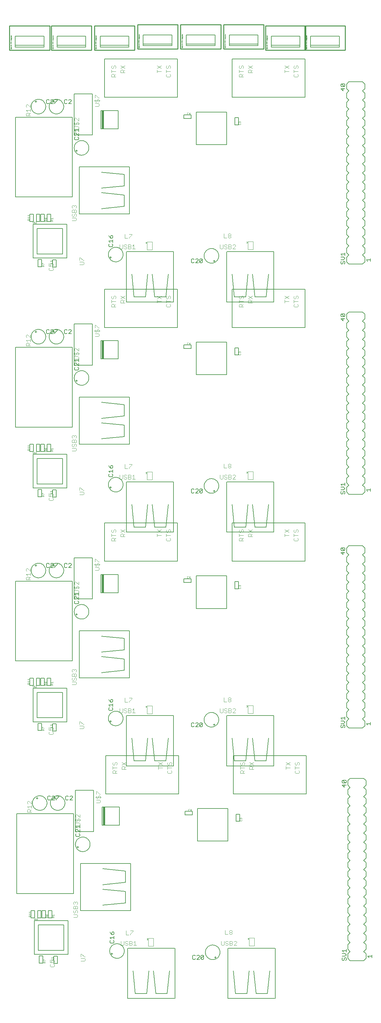
<source format=gto>
G75*
G70*
%OFA0B0*%
%FSLAX24Y24*%
%IPPOS*%
%LPD*%
G04 *
G04 macro definitions for tiled file 'silkStiched.GTO':*
G04 *
%AMOC8*
5,1,8,0,0,1.08239X$1,22.5*
%
G04 *
G04 aperture list for tiled file 'silkStiched.GTO':*
G04 *
%ADD16R,0.0200X0.2000*%
%ADD13C,0.0040*%
%ADD11C,0.0100*%
%ADD15C,0.0020*%
%ADD12C,0.0050*%
%ADD10C,0.0010*%
%ADD14C,0.0060*%
G04 *
G04 next data from source file './FFC-Adapteranothercopy/top_silk.GTO', *
G04 source file key is 'infile_0003'. *
G04 *
D10*
X009727Y119271D02*
X009757Y119301D01*
X009727Y119331D01*
X009817Y119331D01*
X009817Y119363D02*
X009817Y119393D01*
X009817Y119378D02*
X009757Y119378D01*
X009757Y119363D01*
X009727Y119378D02*
X009712Y119378D01*
X009757Y119425D02*
X009757Y119470D01*
X009772Y119485D01*
X009817Y119485D01*
X009817Y119517D02*
X009817Y119547D01*
X009817Y119532D02*
X009757Y119532D01*
X009757Y119517D01*
X009727Y119532D02*
X009712Y119532D01*
X009772Y119578D02*
X009772Y119638D01*
X009772Y119670D02*
X009772Y119715D01*
X009787Y119730D01*
X009802Y119730D01*
X009817Y119715D01*
X009817Y119670D01*
X009727Y119670D01*
X009727Y119715D01*
X009742Y119730D01*
X009757Y119730D01*
X009772Y119715D01*
X009772Y119854D02*
X009772Y119884D01*
X009817Y119854D02*
X009727Y119854D01*
X009727Y119914D01*
X009727Y119946D02*
X009727Y120006D01*
X009742Y120038D02*
X009802Y120038D01*
X009817Y120053D01*
X009817Y120083D01*
X009802Y120098D01*
X009742Y120098D02*
X009727Y120083D01*
X009727Y120053D01*
X009742Y120038D01*
X009772Y119976D02*
X009772Y119946D01*
X009817Y119946D02*
X009727Y119946D01*
X009757Y120222D02*
X009727Y120252D01*
X009757Y120282D01*
X009817Y120282D01*
X009802Y120314D02*
X009772Y120314D01*
X009757Y120329D01*
X009757Y120374D01*
X009727Y120374D02*
X009817Y120374D01*
X009817Y120329D01*
X009802Y120314D01*
X009772Y120282D02*
X009772Y120222D01*
X009757Y120222D02*
X009817Y120222D01*
X009802Y120406D02*
X009787Y120421D01*
X009787Y120466D01*
X009772Y120466D02*
X009817Y120466D01*
X009817Y120421D01*
X009802Y120406D01*
X009757Y120421D02*
X009757Y120451D01*
X009772Y120466D01*
X009757Y120498D02*
X009757Y120543D01*
X009772Y120559D01*
X009802Y120559D01*
X009817Y120543D01*
X009817Y120498D01*
X009847Y120498D02*
X009757Y120498D01*
X009757Y120591D02*
X009757Y120621D01*
X009742Y120606D02*
X009802Y120606D01*
X009817Y120621D01*
X009802Y120652D02*
X009772Y120652D01*
X009757Y120667D01*
X009757Y120697D01*
X009772Y120712D01*
X009787Y120712D01*
X009787Y120652D01*
X009802Y120652D02*
X009817Y120667D01*
X009817Y120697D01*
X009817Y120744D02*
X009757Y120744D01*
X009787Y120744D02*
X009757Y120774D01*
X009757Y120789D01*
X009757Y119425D02*
X009817Y119425D01*
X009817Y119271D02*
X009727Y119271D01*
D11*
X009605Y119168D02*
X014015Y119168D01*
X014015Y121806D01*
X009605Y121806D01*
X009605Y119168D01*
D12*
X010235Y119502D02*
X013385Y119502D01*
X013385Y119699D01*
X013385Y120683D01*
X010235Y120683D01*
X010235Y119699D01*
X010235Y119502D01*
X010235Y119699D02*
X013385Y119699D01*
G04 *
G04 next data from source file './FFC-Adapter5thcopy/top_silk.GTO', *
G04 source file key is 'infile_0010'. *
G04 *
D10*
X019177Y119406D02*
X019207Y119436D01*
X019177Y119466D01*
X019267Y119466D01*
X019267Y119498D02*
X019267Y119528D01*
X019267Y119513D02*
X019207Y119513D01*
X019207Y119498D01*
X019177Y119513D02*
X019162Y119513D01*
X019207Y119560D02*
X019207Y119605D01*
X019222Y119620D01*
X019267Y119620D01*
X019267Y119652D02*
X019267Y119682D01*
X019267Y119667D02*
X019207Y119667D01*
X019207Y119652D01*
X019177Y119667D02*
X019162Y119667D01*
X019222Y119713D02*
X019222Y119773D01*
X019222Y119805D02*
X019222Y119850D01*
X019237Y119865D01*
X019252Y119865D01*
X019267Y119850D01*
X019267Y119805D01*
X019177Y119805D01*
X019177Y119850D01*
X019192Y119865D01*
X019207Y119865D01*
X019222Y119850D01*
X019222Y119989D02*
X019222Y120019D01*
X019267Y119989D02*
X019177Y119989D01*
X019177Y120049D01*
X019177Y120081D02*
X019177Y120141D01*
X019192Y120173D02*
X019252Y120173D01*
X019267Y120188D01*
X019267Y120218D01*
X019252Y120233D01*
X019192Y120233D02*
X019177Y120218D01*
X019177Y120188D01*
X019192Y120173D01*
X019222Y120111D02*
X019222Y120081D01*
X019267Y120081D02*
X019177Y120081D01*
X019207Y120357D02*
X019177Y120387D01*
X019207Y120417D01*
X019267Y120417D01*
X019252Y120449D02*
X019222Y120449D01*
X019207Y120464D01*
X019207Y120509D01*
X019177Y120509D02*
X019267Y120509D01*
X019267Y120464D01*
X019252Y120449D01*
X019222Y120417D02*
X019222Y120357D01*
X019207Y120357D02*
X019267Y120357D01*
X019252Y120541D02*
X019237Y120556D01*
X019237Y120601D01*
X019222Y120601D02*
X019267Y120601D01*
X019267Y120556D01*
X019252Y120541D01*
X019207Y120556D02*
X019207Y120586D01*
X019222Y120601D01*
X019207Y120633D02*
X019207Y120678D01*
X019222Y120694D01*
X019252Y120694D01*
X019267Y120678D01*
X019267Y120633D01*
X019297Y120633D02*
X019207Y120633D01*
X019207Y120726D02*
X019207Y120756D01*
X019192Y120741D02*
X019252Y120741D01*
X019267Y120756D01*
X019252Y120787D02*
X019222Y120787D01*
X019207Y120802D01*
X019207Y120832D01*
X019222Y120847D01*
X019237Y120847D01*
X019237Y120787D01*
X019252Y120787D02*
X019267Y120802D01*
X019267Y120832D01*
X019267Y120879D02*
X019207Y120879D01*
X019237Y120879D02*
X019207Y120909D01*
X019207Y120924D01*
X019207Y119560D02*
X019267Y119560D01*
X019267Y119406D02*
X019177Y119406D01*
D11*
X019055Y119303D02*
X023465Y119303D01*
X023465Y121941D01*
X019055Y121941D01*
X019055Y119303D01*
D12*
X019685Y119637D02*
X022835Y119637D01*
X022835Y119834D01*
X022835Y120818D01*
X019685Y120818D01*
X019685Y119834D01*
X019685Y119637D01*
X019685Y119834D02*
X022835Y119834D01*
G04 *
G04 next data from source file './BDM/top_silk.GTO', *
G04 source file key is 'infile_0008'. *
G04 *
D12*
X003426Y044506D02*
X003820Y044506D01*
X003820Y045293D01*
X003426Y045293D01*
X003426Y044506D01*
X002867Y045455D02*
X006568Y045455D01*
X006568Y049156D01*
X003713Y049156D01*
X003379Y049156D01*
X002867Y049156D01*
X002867Y045455D01*
X003320Y045908D02*
X003320Y048703D01*
X006115Y048703D01*
X006115Y045908D01*
X003320Y045908D01*
X005001Y045254D02*
X005001Y044467D01*
X005395Y044467D01*
X005395Y045254D01*
X005001Y045254D01*
X004804Y049467D02*
X004410Y049467D01*
X004410Y050254D01*
X004804Y050254D01*
X004804Y049467D01*
X004095Y049467D02*
X003702Y049467D01*
X003702Y050254D01*
X004095Y050254D01*
X004095Y049467D01*
X003623Y049467D02*
X003229Y049467D01*
X003229Y050254D01*
X003623Y050254D01*
X003623Y049467D01*
X002914Y049467D02*
X002521Y049467D01*
X002521Y050254D01*
X002914Y050254D01*
X002914Y049467D01*
X000932Y052148D02*
X007182Y052148D01*
X007182Y060898D01*
X000932Y060898D01*
X000932Y052148D01*
X007931Y050304D02*
X007931Y055424D01*
X007936Y055449D02*
X013441Y055449D01*
X013441Y055414D02*
X013441Y050314D01*
X013441Y050279D02*
X007936Y050279D01*
X010391Y050864D02*
X012891Y051114D01*
X012891Y052364D01*
X010391Y052614D01*
X010391Y053114D02*
X012891Y053364D01*
X012891Y054614D01*
X010391Y054864D01*
X007790Y058412D02*
X007489Y058412D01*
X007414Y058488D01*
X007414Y058638D01*
X007489Y058713D01*
X007489Y058873D02*
X007414Y058948D01*
X007414Y059098D01*
X007489Y059173D01*
X007565Y059173D01*
X007865Y058873D01*
X007865Y059173D01*
X007865Y059333D02*
X007865Y059633D01*
X007865Y059483D02*
X007414Y059483D01*
X007565Y059333D01*
X007382Y058942D02*
X009391Y058942D01*
X009391Y063463D01*
X007382Y063463D01*
X007382Y058942D01*
X007790Y058713D02*
X007865Y058638D01*
X007865Y058488D01*
X007790Y058412D01*
X010306Y059632D02*
X010306Y061632D01*
X010606Y061632D01*
X010606Y059632D01*
X010306Y059632D01*
X010606Y059632D02*
X012206Y059632D01*
X012206Y061632D01*
X010606Y061632D01*
X010709Y063083D02*
X010709Y067283D01*
X018709Y067283D01*
X018709Y063083D01*
X010709Y063083D01*
X007069Y062765D02*
X006994Y062840D01*
X006844Y062840D01*
X006769Y062765D01*
X006609Y062765D02*
X006534Y062840D01*
X006384Y062840D01*
X006309Y062765D01*
X006309Y062465D01*
X006384Y062390D01*
X006534Y062390D01*
X006609Y062465D01*
X006769Y062390D02*
X007069Y062690D01*
X007069Y062765D01*
X007069Y062390D02*
X006769Y062390D01*
X005561Y062765D02*
X005261Y062465D01*
X005261Y062390D01*
X005101Y062390D02*
X004801Y062390D01*
X005101Y062690D01*
X005101Y062765D01*
X005026Y062840D01*
X004876Y062840D01*
X004801Y062765D01*
X004641Y062765D02*
X004566Y062840D01*
X004415Y062840D01*
X004340Y062765D01*
X004340Y062465D01*
X004415Y062390D01*
X004566Y062390D01*
X004641Y062465D01*
X005261Y062840D02*
X005561Y062840D01*
X005561Y062765D01*
X019410Y061160D02*
X019410Y060766D01*
X020198Y060766D01*
X020198Y061160D01*
X019410Y061160D01*
X020769Y061474D02*
X020769Y057892D01*
X024095Y057892D01*
X024095Y061474D01*
X020769Y061474D01*
X024709Y063083D02*
X024709Y067283D01*
X032709Y067283D01*
X032709Y063083D01*
X024709Y063083D01*
X025001Y060845D02*
X025395Y060845D01*
X025395Y060057D01*
X025001Y060057D01*
X025001Y060845D01*
X036643Y064032D02*
X036868Y063807D01*
X036868Y064107D01*
X036718Y064267D02*
X036643Y064342D01*
X036643Y064492D01*
X036718Y064567D01*
X037019Y064267D01*
X037094Y064342D01*
X037094Y064492D01*
X037019Y064567D01*
X036718Y064567D01*
X036718Y064267D02*
X037019Y064267D01*
X037094Y064032D02*
X036643Y064032D01*
X011617Y047854D02*
X011617Y047704D01*
X011542Y047628D01*
X011392Y047628D01*
X011392Y047854D01*
X011467Y047929D01*
X011542Y047929D01*
X011617Y047854D01*
X011392Y047628D02*
X011241Y047779D01*
X011166Y047929D01*
X011166Y047318D02*
X011617Y047318D01*
X011617Y047168D02*
X011617Y047468D01*
X011317Y047168D02*
X011166Y047318D01*
X011241Y047008D02*
X011166Y046933D01*
X011166Y046783D01*
X011241Y046708D01*
X011542Y046708D01*
X011617Y046783D01*
X011617Y046933D01*
X011542Y047008D01*
X013124Y046138D02*
X013124Y040633D01*
X013159Y040633D02*
X018259Y040633D01*
X018294Y040633D02*
X018294Y046138D01*
X018269Y046143D02*
X013149Y046143D01*
X013709Y043683D02*
X013959Y041183D01*
X015209Y041183D01*
X015459Y043683D01*
X015959Y043683D02*
X016209Y041183D01*
X017459Y041183D01*
X017709Y043683D01*
X020236Y044991D02*
X020311Y044916D01*
X020461Y044916D01*
X020536Y044991D01*
X020696Y044916D02*
X020996Y045216D01*
X020996Y045291D01*
X020921Y045366D01*
X020771Y045366D01*
X020696Y045291D01*
X020536Y045291D02*
X020461Y045366D01*
X020311Y045366D01*
X020236Y045291D01*
X020236Y044991D01*
X020696Y044916D02*
X020996Y044916D01*
X021156Y044991D02*
X021156Y045291D01*
X021231Y045366D01*
X021381Y045366D01*
X021457Y045291D01*
X021156Y044991D01*
X021231Y044916D01*
X021381Y044916D01*
X021457Y044991D01*
X021457Y045291D01*
X024124Y046138D02*
X024124Y040633D01*
X024159Y040633D02*
X029259Y040633D01*
X029294Y040633D02*
X029294Y046138D01*
X029269Y046143D02*
X024149Y046143D01*
X024709Y043683D02*
X024959Y041183D01*
X026209Y041183D01*
X026459Y043683D01*
X026959Y043683D02*
X027209Y041183D01*
X028459Y041183D01*
X028709Y043683D01*
X036643Y044882D02*
X036718Y044807D01*
X036793Y044807D01*
X036868Y044882D01*
X036868Y045032D01*
X036943Y045107D01*
X037019Y045107D01*
X037094Y045032D01*
X037094Y044882D01*
X037019Y044807D01*
X036643Y044882D02*
X036643Y045032D01*
X036718Y045107D01*
X036643Y045267D02*
X036943Y045267D01*
X037094Y045417D01*
X036943Y045567D01*
X036643Y045567D01*
X036793Y045727D02*
X036643Y045877D01*
X037094Y045877D01*
X037094Y045727D02*
X037094Y046028D01*
X039443Y045257D02*
X039894Y045257D01*
X039894Y045107D02*
X039894Y045407D01*
X039593Y045107D02*
X039443Y045257D01*
D13*
X004678Y044091D02*
X004601Y044168D01*
X004601Y044322D01*
X004678Y044398D01*
X004601Y044552D02*
X004831Y044552D01*
X004755Y044705D01*
X004755Y044782D01*
X004831Y044859D01*
X004985Y044859D01*
X005062Y044782D01*
X005062Y044629D01*
X004985Y044552D01*
X004985Y044398D02*
X005062Y044322D01*
X005062Y044168D01*
X004985Y044091D01*
X004678Y044091D01*
X004601Y044552D02*
X004601Y044859D01*
X004754Y044856D02*
X004787Y044823D01*
X004921Y044823D01*
X004954Y044856D01*
X004954Y044923D01*
X004921Y044956D01*
X004954Y045044D02*
X004954Y045177D01*
X004954Y045111D02*
X004754Y045111D01*
X004820Y045044D01*
X004787Y044956D02*
X004754Y044923D01*
X004754Y044856D01*
X004067Y044756D02*
X004033Y044756D01*
X003900Y044889D01*
X003866Y044889D01*
X003866Y044756D01*
X003900Y044668D02*
X003967Y044668D01*
X004000Y044635D01*
X004000Y044535D01*
X004067Y044535D02*
X003866Y044535D01*
X003866Y044635D01*
X003900Y044668D01*
X004000Y044602D02*
X004067Y044668D01*
X007979Y044729D02*
X008363Y044729D01*
X008439Y044805D01*
X008439Y044959D01*
X008363Y045036D01*
X007979Y045036D01*
X007979Y045189D02*
X007979Y045496D01*
X008056Y045496D01*
X008363Y045189D01*
X008439Y045189D01*
X012388Y046530D02*
X012465Y046453D01*
X012618Y046453D01*
X012695Y046530D01*
X012695Y046914D01*
X012848Y046837D02*
X012848Y046760D01*
X012925Y046683D01*
X013078Y046683D01*
X013155Y046607D01*
X013155Y046530D01*
X013078Y046453D01*
X012925Y046453D01*
X012848Y046530D01*
X012848Y046837D02*
X012925Y046914D01*
X013078Y046914D01*
X013155Y046837D01*
X013309Y046914D02*
X013539Y046914D01*
X013616Y046837D01*
X013616Y046760D01*
X013539Y046683D01*
X013309Y046683D01*
X013539Y046683D02*
X013616Y046607D01*
X013616Y046530D01*
X013539Y046453D01*
X013309Y046453D01*
X013309Y046914D01*
X013769Y046760D02*
X013922Y046914D01*
X013922Y046453D01*
X013769Y046453D02*
X014076Y046453D01*
X013408Y047615D02*
X013408Y047691D01*
X013715Y047998D01*
X013715Y048075D01*
X013408Y048075D01*
X013255Y047615D02*
X012948Y047615D01*
X012948Y048075D01*
X012388Y046914D02*
X012388Y046530D01*
X007621Y049619D02*
X007544Y049543D01*
X007160Y049543D01*
X007621Y049619D02*
X007621Y049773D01*
X007544Y049850D01*
X007160Y049850D01*
X007237Y050003D02*
X007314Y050003D01*
X007390Y050080D01*
X007390Y050233D01*
X007467Y050310D01*
X007544Y050310D01*
X007621Y050233D01*
X007621Y050080D01*
X007544Y050003D01*
X007237Y050003D02*
X007160Y050080D01*
X007160Y050233D01*
X007237Y050310D01*
X007160Y050463D02*
X007160Y050694D01*
X007237Y050770D01*
X007314Y050770D01*
X007390Y050694D01*
X007390Y050463D01*
X007160Y050463D02*
X007621Y050463D01*
X007621Y050694D01*
X007544Y050770D01*
X007467Y050770D01*
X007390Y050694D01*
X007237Y050924D02*
X007160Y051000D01*
X007160Y051154D01*
X007237Y051231D01*
X007314Y051231D01*
X007390Y051154D01*
X007467Y051231D01*
X007544Y051231D01*
X007621Y051154D01*
X007621Y051000D01*
X007544Y050924D01*
X007390Y051077D02*
X007390Y051154D01*
X005051Y049850D02*
X005051Y049717D01*
X005051Y049783D02*
X004851Y049783D01*
X004917Y049717D01*
X004884Y049629D02*
X004951Y049629D01*
X004984Y049596D01*
X004984Y049496D01*
X004984Y049562D02*
X005051Y049629D01*
X005051Y049496D02*
X004851Y049496D01*
X004851Y049596D01*
X004884Y049629D01*
X004342Y049629D02*
X004276Y049562D01*
X004276Y049596D02*
X004276Y049496D01*
X004342Y049496D02*
X004142Y049496D01*
X004142Y049596D01*
X004175Y049629D01*
X004242Y049629D01*
X004276Y049596D01*
X004309Y049717D02*
X004342Y049750D01*
X004342Y049817D01*
X004309Y049850D01*
X004276Y049850D01*
X004242Y049817D01*
X004242Y049717D01*
X004309Y049717D01*
X004242Y049717D02*
X004175Y049783D01*
X004142Y049850D01*
X002474Y049823D02*
X002474Y049956D01*
X002474Y049890D02*
X002273Y049890D01*
X002340Y049823D01*
X002307Y049735D02*
X002374Y049735D01*
X002407Y049702D01*
X002407Y049602D01*
X002474Y049602D02*
X002273Y049602D01*
X002273Y049702D01*
X002307Y049735D01*
X002407Y049669D02*
X002474Y049735D01*
X002474Y050044D02*
X002474Y050177D01*
X002474Y050111D02*
X002273Y050111D01*
X002340Y050044D01*
X007402Y059587D02*
X007785Y059587D01*
X007862Y059663D01*
X007862Y059817D01*
X007785Y059893D01*
X007402Y059893D01*
X007478Y060047D02*
X007402Y060124D01*
X007402Y060277D01*
X007478Y060354D01*
X007478Y060507D02*
X007402Y060584D01*
X007402Y060737D01*
X007478Y060814D01*
X007555Y060814D01*
X007862Y060507D01*
X007862Y060814D01*
X007785Y060354D02*
X007709Y060354D01*
X007632Y060277D01*
X007632Y060124D01*
X007555Y060047D01*
X007478Y060047D01*
X007325Y060200D02*
X007939Y060200D01*
X007862Y060124D02*
X007862Y060277D01*
X007785Y060354D01*
X007862Y060124D02*
X007785Y060047D01*
X009662Y062102D02*
X010046Y062102D01*
X010123Y062179D01*
X010123Y062332D01*
X010046Y062409D01*
X009662Y062409D01*
X009739Y062563D02*
X009662Y062639D01*
X009662Y062793D01*
X009739Y062870D01*
X009662Y063023D02*
X009662Y063330D01*
X009739Y063330D01*
X010046Y063023D01*
X010123Y063023D01*
X010046Y062870D02*
X009969Y062870D01*
X009892Y062793D01*
X009892Y062639D01*
X009816Y062563D01*
X009739Y062563D01*
X009585Y062716D02*
X010199Y062716D01*
X010123Y062639D02*
X010123Y062793D01*
X010046Y062870D01*
X010123Y062639D02*
X010046Y062563D01*
X011479Y065322D02*
X011479Y065552D01*
X011556Y065629D01*
X011709Y065629D01*
X011786Y065552D01*
X011786Y065322D01*
X011786Y065552D01*
X011709Y065629D01*
X011556Y065629D01*
X011479Y065552D01*
X011479Y065322D01*
X011939Y065322D01*
X011479Y065322D01*
X011786Y065475D02*
X011939Y065629D01*
X011786Y065475D01*
X011479Y065782D02*
X011479Y066089D01*
X011479Y065782D01*
X011479Y065936D02*
X011939Y065936D01*
X011479Y065936D01*
X011556Y066243D02*
X011633Y066243D01*
X011709Y066319D01*
X011709Y066473D01*
X011786Y066550D01*
X011863Y066550D01*
X011939Y066473D01*
X011939Y066319D01*
X011863Y066243D01*
X011939Y066319D01*
X011939Y066473D01*
X011863Y066550D01*
X011786Y066550D01*
X011709Y066473D01*
X011709Y066319D01*
X011633Y066243D01*
X011556Y066243D01*
X011479Y066319D01*
X011479Y066473D01*
X011556Y066550D01*
X011479Y066473D01*
X011479Y066319D01*
X011556Y066243D01*
X012479Y066243D02*
X012939Y066550D01*
X012939Y066243D02*
X012479Y066550D01*
X012556Y066089D02*
X012709Y066089D01*
X012786Y066013D01*
X012786Y065782D01*
X012939Y065782D02*
X012479Y065782D01*
X012479Y066013D01*
X012556Y066089D01*
X012786Y065936D02*
X012939Y066089D01*
X016479Y066089D02*
X016479Y065782D01*
X016479Y065936D02*
X016939Y065936D01*
X016939Y066243D02*
X016479Y066550D01*
X016479Y066243D02*
X016939Y066550D01*
X017479Y066473D02*
X017479Y066319D01*
X017556Y066243D01*
X017633Y066243D01*
X017709Y066319D01*
X017709Y066473D01*
X017786Y066550D01*
X017863Y066550D01*
X017939Y066473D01*
X017939Y066319D01*
X017863Y066243D01*
X017479Y066089D02*
X017479Y065782D01*
X017479Y065936D02*
X017939Y065936D01*
X017863Y065629D02*
X017939Y065552D01*
X017939Y065399D01*
X017863Y065322D01*
X017556Y065322D01*
X017479Y065399D01*
X017479Y065552D01*
X017556Y065629D01*
X017479Y066473D02*
X017556Y066550D01*
X019800Y061407D02*
X019767Y061373D01*
X019767Y061240D01*
X019800Y061206D01*
X019867Y061206D01*
X019900Y061240D01*
X019988Y061307D02*
X020121Y061307D01*
X020088Y061407D02*
X019988Y061307D01*
X019900Y061373D02*
X019867Y061407D01*
X019800Y061407D01*
X020088Y061407D02*
X020088Y061206D01*
X025441Y060407D02*
X025475Y060441D01*
X025508Y060441D01*
X025541Y060407D01*
X025575Y060441D01*
X025608Y060441D01*
X025641Y060407D01*
X025641Y060341D01*
X025608Y060307D01*
X025608Y060220D02*
X025641Y060186D01*
X025641Y060120D01*
X025608Y060086D01*
X025475Y060086D01*
X025441Y060120D01*
X025441Y060186D01*
X025475Y060220D01*
X025475Y060307D02*
X025441Y060341D01*
X025441Y060407D01*
X025541Y060407D02*
X025541Y060374D01*
X025479Y065322D02*
X025479Y065552D01*
X025556Y065629D01*
X025709Y065629D01*
X025786Y065552D01*
X025786Y065322D01*
X025786Y065552D01*
X025709Y065629D01*
X025556Y065629D01*
X025479Y065552D01*
X025479Y065322D01*
X025939Y065322D01*
X025479Y065322D01*
X025786Y065475D02*
X025939Y065629D01*
X025786Y065475D01*
X025479Y065782D02*
X025479Y066089D01*
X025479Y065782D01*
X025479Y065936D02*
X025939Y065936D01*
X025479Y065936D01*
X025556Y066243D02*
X025633Y066243D01*
X025709Y066319D01*
X025709Y066473D01*
X025786Y066550D01*
X025863Y066550D01*
X025939Y066473D01*
X025939Y066319D01*
X025863Y066243D01*
X025939Y066319D01*
X025939Y066473D01*
X025863Y066550D01*
X025786Y066550D01*
X025709Y066473D01*
X025709Y066319D01*
X025633Y066243D01*
X025556Y066243D01*
X025479Y066319D01*
X025479Y066473D01*
X025556Y066550D01*
X025479Y066473D01*
X025479Y066319D01*
X025556Y066243D01*
X026479Y066243D02*
X026939Y066550D01*
X026939Y066243D02*
X026479Y066550D01*
X026556Y066089D02*
X026709Y066089D01*
X026786Y066013D01*
X026786Y065782D01*
X026939Y065782D02*
X026479Y065782D01*
X026479Y066013D01*
X026556Y066089D01*
X026786Y065936D02*
X026939Y066089D01*
X030479Y066089D02*
X030479Y065782D01*
X030479Y065936D02*
X030939Y065936D01*
X030939Y066243D02*
X030479Y066550D01*
X030479Y066243D02*
X030939Y066550D01*
X031479Y066473D02*
X031479Y066319D01*
X031556Y066243D01*
X031633Y066243D01*
X031709Y066319D01*
X031709Y066473D01*
X031786Y066550D01*
X031863Y066550D01*
X031939Y066473D01*
X031939Y066319D01*
X031863Y066243D01*
X031479Y066089D02*
X031479Y065782D01*
X031479Y065936D02*
X031939Y065936D01*
X031863Y065629D02*
X031939Y065552D01*
X031939Y065399D01*
X031863Y065322D01*
X031556Y065322D01*
X031479Y065399D01*
X031479Y065552D01*
X031556Y065629D01*
X031479Y066473D02*
X031556Y066550D01*
X024493Y048114D02*
X024570Y048038D01*
X024570Y047961D01*
X024493Y047884D01*
X024339Y047884D01*
X024263Y047961D01*
X024263Y048038D01*
X024339Y048114D01*
X024493Y048114D01*
X024493Y047884D02*
X024570Y047807D01*
X024570Y047731D01*
X024493Y047654D01*
X024339Y047654D01*
X024263Y047731D01*
X024263Y047807D01*
X024339Y047884D01*
X024109Y047654D02*
X023802Y047654D01*
X023802Y048114D01*
X023695Y046914D02*
X023695Y046530D01*
X023618Y046453D01*
X023465Y046453D01*
X023388Y046530D01*
X023388Y046914D01*
X023848Y046837D02*
X023848Y046760D01*
X023925Y046683D01*
X024078Y046683D01*
X024155Y046607D01*
X024155Y046530D01*
X024078Y046453D01*
X023925Y046453D01*
X023848Y046530D01*
X023848Y046837D02*
X023925Y046914D01*
X024078Y046914D01*
X024155Y046837D01*
X024309Y046914D02*
X024309Y046453D01*
X024539Y046453D01*
X024616Y046530D01*
X024616Y046607D01*
X024539Y046683D01*
X024309Y046683D01*
X024539Y046683D02*
X024616Y046760D01*
X024616Y046837D01*
X024539Y046914D01*
X024309Y046914D01*
X024769Y046837D02*
X024846Y046914D01*
X024999Y046914D01*
X025076Y046837D01*
X025076Y046760D01*
X024769Y046453D01*
X025076Y046453D01*
X002569Y061056D02*
X002109Y061056D01*
X002109Y061286D01*
X002186Y061363D01*
X002339Y061363D01*
X002416Y061286D01*
X002416Y061056D01*
X002416Y061210D02*
X002569Y061363D01*
X002569Y061517D02*
X002569Y061824D01*
X002569Y061977D02*
X002263Y062284D01*
X002186Y062284D01*
X002109Y062207D01*
X002109Y062054D01*
X002186Y061977D01*
X002109Y061670D02*
X002569Y061670D01*
X002569Y061977D02*
X002569Y062284D01*
X002109Y061670D02*
X002263Y061517D01*
D14*
X002665Y062065D02*
X002667Y062121D01*
X002673Y062178D01*
X002683Y062233D01*
X002697Y062288D01*
X002714Y062342D01*
X002736Y062394D01*
X002761Y062444D01*
X002789Y062493D01*
X002821Y062540D01*
X002856Y062584D01*
X002894Y062626D01*
X002935Y062665D01*
X002979Y062700D01*
X003025Y062733D01*
X003073Y062762D01*
X003123Y062788D01*
X003175Y062811D01*
X003229Y062829D01*
X003283Y062844D01*
X003338Y062855D01*
X003394Y062862D01*
X003451Y062865D01*
X003507Y062864D01*
X003564Y062859D01*
X003619Y062850D01*
X003674Y062837D01*
X003728Y062820D01*
X003781Y062800D01*
X003832Y062776D01*
X003881Y062748D01*
X003928Y062717D01*
X003973Y062683D01*
X004016Y062645D01*
X004055Y062605D01*
X004092Y062562D01*
X004125Y062517D01*
X004155Y062469D01*
X004182Y062419D01*
X004205Y062368D01*
X004225Y062315D01*
X004241Y062261D01*
X004253Y062205D01*
X004261Y062150D01*
X004265Y062093D01*
X004265Y062037D01*
X004261Y061980D01*
X004253Y061925D01*
X004241Y061869D01*
X004225Y061815D01*
X004205Y061762D01*
X004182Y061711D01*
X004155Y061661D01*
X004125Y061613D01*
X004092Y061568D01*
X004055Y061525D01*
X004016Y061485D01*
X003973Y061447D01*
X003928Y061413D01*
X003881Y061382D01*
X003832Y061354D01*
X003781Y061330D01*
X003728Y061310D01*
X003674Y061293D01*
X003619Y061280D01*
X003564Y061271D01*
X003507Y061266D01*
X003451Y061265D01*
X003394Y061268D01*
X003338Y061275D01*
X003283Y061286D01*
X003229Y061301D01*
X003175Y061319D01*
X003123Y061342D01*
X003073Y061368D01*
X003025Y061397D01*
X002979Y061430D01*
X002935Y061465D01*
X002894Y061504D01*
X002856Y061546D01*
X002821Y061590D01*
X002789Y061637D01*
X002761Y061686D01*
X002736Y061736D01*
X002714Y061788D01*
X002697Y061842D01*
X002683Y061897D01*
X002673Y061952D01*
X002667Y062009D01*
X002665Y062065D01*
X003165Y062515D02*
X003165Y062715D01*
X003065Y062615D02*
X003265Y062615D01*
X005034Y062615D02*
X005234Y062615D01*
X005134Y062515D02*
X005134Y062715D01*
X004634Y062065D02*
X004636Y062121D01*
X004642Y062178D01*
X004652Y062233D01*
X004666Y062288D01*
X004683Y062342D01*
X004705Y062394D01*
X004730Y062444D01*
X004758Y062493D01*
X004790Y062540D01*
X004825Y062584D01*
X004863Y062626D01*
X004904Y062665D01*
X004948Y062700D01*
X004994Y062733D01*
X005042Y062762D01*
X005092Y062788D01*
X005144Y062811D01*
X005198Y062829D01*
X005252Y062844D01*
X005307Y062855D01*
X005363Y062862D01*
X005420Y062865D01*
X005476Y062864D01*
X005533Y062859D01*
X005588Y062850D01*
X005643Y062837D01*
X005697Y062820D01*
X005750Y062800D01*
X005801Y062776D01*
X005850Y062748D01*
X005897Y062717D01*
X005942Y062683D01*
X005985Y062645D01*
X006024Y062605D01*
X006061Y062562D01*
X006094Y062517D01*
X006124Y062469D01*
X006151Y062419D01*
X006174Y062368D01*
X006194Y062315D01*
X006210Y062261D01*
X006222Y062205D01*
X006230Y062150D01*
X006234Y062093D01*
X006234Y062037D01*
X006230Y061980D01*
X006222Y061925D01*
X006210Y061869D01*
X006194Y061815D01*
X006174Y061762D01*
X006151Y061711D01*
X006124Y061661D01*
X006094Y061613D01*
X006061Y061568D01*
X006024Y061525D01*
X005985Y061485D01*
X005942Y061447D01*
X005897Y061413D01*
X005850Y061382D01*
X005801Y061354D01*
X005750Y061330D01*
X005697Y061310D01*
X005643Y061293D01*
X005588Y061280D01*
X005533Y061271D01*
X005476Y061266D01*
X005420Y061265D01*
X005363Y061268D01*
X005307Y061275D01*
X005252Y061286D01*
X005198Y061301D01*
X005144Y061319D01*
X005092Y061342D01*
X005042Y061368D01*
X004994Y061397D01*
X004948Y061430D01*
X004904Y061465D01*
X004863Y061504D01*
X004825Y061546D01*
X004790Y061590D01*
X004758Y061637D01*
X004730Y061686D01*
X004705Y061736D01*
X004683Y061788D01*
X004666Y061842D01*
X004652Y061897D01*
X004642Y061952D01*
X004636Y062009D01*
X004634Y062065D01*
X007390Y057537D02*
X007392Y057593D01*
X007398Y057650D01*
X007408Y057705D01*
X007422Y057760D01*
X007439Y057814D01*
X007461Y057866D01*
X007486Y057916D01*
X007514Y057965D01*
X007546Y058012D01*
X007581Y058056D01*
X007619Y058098D01*
X007660Y058137D01*
X007704Y058172D01*
X007750Y058205D01*
X007798Y058234D01*
X007848Y058260D01*
X007900Y058283D01*
X007954Y058301D01*
X008008Y058316D01*
X008063Y058327D01*
X008119Y058334D01*
X008176Y058337D01*
X008232Y058336D01*
X008289Y058331D01*
X008344Y058322D01*
X008399Y058309D01*
X008453Y058292D01*
X008506Y058272D01*
X008557Y058248D01*
X008606Y058220D01*
X008653Y058189D01*
X008698Y058155D01*
X008741Y058117D01*
X008780Y058077D01*
X008817Y058034D01*
X008850Y057989D01*
X008880Y057941D01*
X008907Y057891D01*
X008930Y057840D01*
X008950Y057787D01*
X008966Y057733D01*
X008978Y057677D01*
X008986Y057622D01*
X008990Y057565D01*
X008990Y057509D01*
X008986Y057452D01*
X008978Y057397D01*
X008966Y057341D01*
X008950Y057287D01*
X008930Y057234D01*
X008907Y057183D01*
X008880Y057133D01*
X008850Y057085D01*
X008817Y057040D01*
X008780Y056997D01*
X008741Y056957D01*
X008698Y056919D01*
X008653Y056885D01*
X008606Y056854D01*
X008557Y056826D01*
X008506Y056802D01*
X008453Y056782D01*
X008399Y056765D01*
X008344Y056752D01*
X008289Y056743D01*
X008232Y056738D01*
X008176Y056737D01*
X008119Y056740D01*
X008063Y056747D01*
X008008Y056758D01*
X007954Y056773D01*
X007900Y056791D01*
X007848Y056814D01*
X007798Y056840D01*
X007750Y056869D01*
X007704Y056902D01*
X007660Y056937D01*
X007619Y056976D01*
X007581Y057018D01*
X007546Y057062D01*
X007514Y057109D01*
X007486Y057158D01*
X007461Y057208D01*
X007439Y057260D01*
X007422Y057314D01*
X007408Y057369D01*
X007398Y057424D01*
X007392Y057481D01*
X007390Y057537D01*
X007640Y057337D02*
X007640Y057137D01*
X007740Y057237D02*
X007540Y057237D01*
X011142Y045833D02*
X011144Y045889D01*
X011150Y045946D01*
X011160Y046001D01*
X011174Y046056D01*
X011191Y046110D01*
X011213Y046162D01*
X011238Y046212D01*
X011266Y046261D01*
X011298Y046308D01*
X011333Y046352D01*
X011371Y046394D01*
X011412Y046433D01*
X011456Y046468D01*
X011502Y046501D01*
X011550Y046530D01*
X011600Y046556D01*
X011652Y046579D01*
X011706Y046597D01*
X011760Y046612D01*
X011815Y046623D01*
X011871Y046630D01*
X011928Y046633D01*
X011984Y046632D01*
X012041Y046627D01*
X012096Y046618D01*
X012151Y046605D01*
X012205Y046588D01*
X012258Y046568D01*
X012309Y046544D01*
X012358Y046516D01*
X012405Y046485D01*
X012450Y046451D01*
X012493Y046413D01*
X012532Y046373D01*
X012569Y046330D01*
X012602Y046285D01*
X012632Y046237D01*
X012659Y046187D01*
X012682Y046136D01*
X012702Y046083D01*
X012718Y046029D01*
X012730Y045973D01*
X012738Y045918D01*
X012742Y045861D01*
X012742Y045805D01*
X012738Y045748D01*
X012730Y045693D01*
X012718Y045637D01*
X012702Y045583D01*
X012682Y045530D01*
X012659Y045479D01*
X012632Y045429D01*
X012602Y045381D01*
X012569Y045336D01*
X012532Y045293D01*
X012493Y045253D01*
X012450Y045215D01*
X012405Y045181D01*
X012358Y045150D01*
X012309Y045122D01*
X012258Y045098D01*
X012205Y045078D01*
X012151Y045061D01*
X012096Y045048D01*
X012041Y045039D01*
X011984Y045034D01*
X011928Y045033D01*
X011871Y045036D01*
X011815Y045043D01*
X011760Y045054D01*
X011706Y045069D01*
X011652Y045087D01*
X011600Y045110D01*
X011550Y045136D01*
X011502Y045165D01*
X011456Y045198D01*
X011412Y045233D01*
X011371Y045272D01*
X011333Y045314D01*
X011298Y045358D01*
X011266Y045405D01*
X011238Y045454D01*
X011213Y045504D01*
X011191Y045556D01*
X011174Y045610D01*
X011160Y045665D01*
X011150Y045720D01*
X011144Y045777D01*
X011142Y045833D01*
X011392Y045633D02*
X011392Y045433D01*
X011492Y045533D02*
X011292Y045533D01*
X021642Y045691D02*
X021644Y045747D01*
X021650Y045804D01*
X021660Y045859D01*
X021674Y045914D01*
X021691Y045968D01*
X021713Y046020D01*
X021738Y046070D01*
X021766Y046119D01*
X021798Y046166D01*
X021833Y046210D01*
X021871Y046252D01*
X021912Y046291D01*
X021956Y046326D01*
X022002Y046359D01*
X022050Y046388D01*
X022100Y046414D01*
X022152Y046437D01*
X022206Y046455D01*
X022260Y046470D01*
X022315Y046481D01*
X022371Y046488D01*
X022428Y046491D01*
X022484Y046490D01*
X022541Y046485D01*
X022596Y046476D01*
X022651Y046463D01*
X022705Y046446D01*
X022758Y046426D01*
X022809Y046402D01*
X022858Y046374D01*
X022905Y046343D01*
X022950Y046309D01*
X022993Y046271D01*
X023032Y046231D01*
X023069Y046188D01*
X023102Y046143D01*
X023132Y046095D01*
X023159Y046045D01*
X023182Y045994D01*
X023202Y045941D01*
X023218Y045887D01*
X023230Y045831D01*
X023238Y045776D01*
X023242Y045719D01*
X023242Y045663D01*
X023238Y045606D01*
X023230Y045551D01*
X023218Y045495D01*
X023202Y045441D01*
X023182Y045388D01*
X023159Y045337D01*
X023132Y045287D01*
X023102Y045239D01*
X023069Y045194D01*
X023032Y045151D01*
X022993Y045111D01*
X022950Y045073D01*
X022905Y045039D01*
X022858Y045008D01*
X022809Y044980D01*
X022758Y044956D01*
X022705Y044936D01*
X022651Y044919D01*
X022596Y044906D01*
X022541Y044897D01*
X022484Y044892D01*
X022428Y044891D01*
X022371Y044894D01*
X022315Y044901D01*
X022260Y044912D01*
X022206Y044927D01*
X022152Y044945D01*
X022100Y044968D01*
X022050Y044994D01*
X022002Y045023D01*
X021956Y045056D01*
X021912Y045091D01*
X021871Y045130D01*
X021833Y045172D01*
X021798Y045216D01*
X021766Y045263D01*
X021738Y045312D01*
X021713Y045362D01*
X021691Y045414D01*
X021674Y045468D01*
X021660Y045523D01*
X021650Y045578D01*
X021644Y045635D01*
X021642Y045691D01*
X022642Y045141D02*
X022842Y045141D01*
X022742Y045241D02*
X022742Y045041D01*
X037269Y045032D02*
X037519Y044782D01*
X039019Y044782D01*
X039269Y045032D01*
X039269Y045532D01*
X039019Y045782D01*
X039269Y046032D01*
X039269Y046532D01*
X039019Y046782D01*
X039269Y047032D01*
X039269Y047532D01*
X039019Y047782D01*
X039269Y048032D01*
X039269Y048532D01*
X039019Y048782D01*
X039269Y049032D01*
X039269Y049532D01*
X039019Y049782D01*
X039269Y050032D01*
X039269Y050532D01*
X039019Y050782D01*
X039269Y051032D01*
X039269Y051532D01*
X039019Y051782D01*
X039269Y052032D01*
X039269Y052532D01*
X039019Y052782D01*
X039269Y053032D01*
X039269Y053532D01*
X039019Y053782D01*
X039269Y054032D01*
X039269Y054532D01*
X039019Y054782D01*
X039269Y055032D01*
X039269Y055532D01*
X039019Y055782D01*
X039269Y056032D01*
X039269Y056532D01*
X039019Y056782D01*
X039269Y057032D01*
X039269Y057532D01*
X039019Y057782D01*
X039269Y058032D01*
X039269Y058532D01*
X039019Y058782D01*
X039269Y059032D01*
X039269Y059532D01*
X039019Y059782D01*
X039269Y060032D01*
X039269Y060532D01*
X039019Y060782D01*
X039269Y061032D01*
X039269Y061532D01*
X039019Y061782D01*
X039269Y062032D01*
X039269Y062532D01*
X039019Y062782D01*
X039269Y063032D01*
X039269Y063532D01*
X039019Y063782D01*
X039269Y064032D01*
X039269Y064532D01*
X039019Y064782D01*
X037519Y064782D01*
X037269Y064532D01*
X037269Y064032D01*
X037519Y063782D01*
X037269Y063532D01*
X037269Y063032D01*
X037519Y062782D01*
X037269Y062532D01*
X037269Y062032D01*
X037519Y061782D01*
X037269Y061532D01*
X037269Y061032D01*
X037519Y060782D01*
X037269Y060532D01*
X037269Y060032D01*
X037519Y059782D01*
X037269Y059532D01*
X037269Y059032D01*
X037519Y058782D01*
X037269Y058532D01*
X037269Y058032D01*
X037519Y057782D01*
X037269Y057532D01*
X037269Y057032D01*
X037519Y056782D01*
X037269Y056532D01*
X037269Y056032D01*
X037519Y055782D01*
X037269Y055532D01*
X037269Y055032D01*
X037519Y054782D01*
X037269Y054532D01*
X037269Y054032D01*
X037519Y053782D01*
X037269Y053532D01*
X037269Y053032D01*
X037519Y052782D01*
X037269Y052532D01*
X037269Y052032D01*
X037519Y051782D01*
X037269Y051532D01*
X037269Y051032D01*
X037519Y050782D01*
X037269Y050532D01*
X037269Y050032D01*
X037519Y049782D01*
X037269Y049532D01*
X037269Y049032D01*
X037519Y048782D01*
X037269Y048532D01*
X037269Y048032D01*
X037519Y047782D01*
X037269Y047532D01*
X037269Y047032D01*
X037519Y046782D01*
X037269Y046532D01*
X037269Y046032D01*
X037519Y045782D01*
X037269Y045532D01*
X037269Y045032D01*
D15*
X026997Y046400D02*
X026446Y046400D01*
X026446Y047266D01*
X026997Y047266D01*
X026997Y046400D01*
X015934Y046356D02*
X015383Y046356D01*
X015383Y047223D01*
X015934Y047223D01*
X015934Y046356D01*
D10*
X015320Y047043D02*
X015320Y047103D01*
X015305Y047135D02*
X015320Y047150D01*
X015320Y047180D01*
X015305Y047195D01*
X015275Y047195D01*
X015260Y047180D01*
X015260Y047165D01*
X015275Y047135D01*
X015230Y047135D01*
X015230Y047195D01*
X015230Y047043D02*
X015320Y047043D01*
X026293Y047087D02*
X026383Y047087D01*
X026383Y047147D01*
X026368Y047179D02*
X026383Y047194D01*
X026383Y047224D01*
X026368Y047239D01*
X026353Y047239D01*
X026338Y047224D01*
X026338Y047179D01*
X026368Y047179D01*
X026338Y047179D02*
X026308Y047209D01*
X026293Y047239D01*
X003247Y049259D02*
X003147Y049259D01*
X003247Y049359D01*
X003247Y049384D01*
X003222Y049409D01*
X003172Y049409D01*
X003147Y049384D01*
X003050Y049409D02*
X003050Y049259D01*
X003000Y049259D02*
X003100Y049259D01*
X003000Y049359D02*
X003050Y049409D01*
X002952Y049409D02*
X002952Y049284D01*
X002927Y049259D01*
X002877Y049259D01*
X002852Y049284D01*
X002852Y049409D01*
D16*
X010506Y060632D03*
G04 *
G04 next data from source file './BDMcopy/top_silk.GTO', *
G04 source file key is 'infile_0007'. *
G04 *
D12*
X003426Y070156D02*
X003820Y070156D01*
X003820Y070943D01*
X003426Y070943D01*
X003426Y070156D01*
X002867Y071105D02*
X006568Y071105D01*
X006568Y074806D01*
X003713Y074806D01*
X003379Y074806D01*
X002867Y074806D01*
X002867Y071105D01*
X003320Y071558D02*
X003320Y074353D01*
X006115Y074353D01*
X006115Y071558D01*
X003320Y071558D01*
X005001Y070904D02*
X005001Y070117D01*
X005395Y070117D01*
X005395Y070904D01*
X005001Y070904D01*
X004804Y075117D02*
X004410Y075117D01*
X004410Y075904D01*
X004804Y075904D01*
X004804Y075117D01*
X004095Y075117D02*
X003702Y075117D01*
X003702Y075904D01*
X004095Y075904D01*
X004095Y075117D01*
X003623Y075117D02*
X003229Y075117D01*
X003229Y075904D01*
X003623Y075904D01*
X003623Y075117D01*
X002914Y075117D02*
X002521Y075117D01*
X002521Y075904D01*
X002914Y075904D01*
X002914Y075117D01*
X000932Y077798D02*
X007182Y077798D01*
X007182Y086548D01*
X000932Y086548D01*
X000932Y077798D01*
X007931Y075954D02*
X007931Y081074D01*
X007936Y081099D02*
X013441Y081099D01*
X013441Y081064D02*
X013441Y075964D01*
X013441Y075929D02*
X007936Y075929D01*
X010391Y076514D02*
X012891Y076764D01*
X012891Y078014D01*
X010391Y078264D01*
X010391Y078764D02*
X012891Y079014D01*
X012891Y080264D01*
X010391Y080514D01*
X007790Y084062D02*
X007489Y084062D01*
X007414Y084138D01*
X007414Y084288D01*
X007489Y084363D01*
X007489Y084523D02*
X007414Y084598D01*
X007414Y084748D01*
X007489Y084823D01*
X007565Y084823D01*
X007865Y084523D01*
X007865Y084823D01*
X007865Y084983D02*
X007865Y085283D01*
X007865Y085133D02*
X007414Y085133D01*
X007565Y084983D01*
X007382Y084592D02*
X009391Y084592D01*
X009391Y089113D01*
X007382Y089113D01*
X007382Y084592D01*
X007790Y084363D02*
X007865Y084288D01*
X007865Y084138D01*
X007790Y084062D01*
X010306Y085282D02*
X010306Y087282D01*
X010606Y087282D01*
X010606Y085282D01*
X010306Y085282D01*
X010606Y085282D02*
X012206Y085282D01*
X012206Y087282D01*
X010606Y087282D01*
X010709Y088733D02*
X010709Y092933D01*
X018709Y092933D01*
X018709Y088733D01*
X010709Y088733D01*
X007069Y088415D02*
X006994Y088490D01*
X006844Y088490D01*
X006769Y088415D01*
X006609Y088415D02*
X006534Y088490D01*
X006384Y088490D01*
X006309Y088415D01*
X006309Y088115D01*
X006384Y088040D01*
X006534Y088040D01*
X006609Y088115D01*
X006769Y088040D02*
X007069Y088340D01*
X007069Y088415D01*
X007069Y088040D02*
X006769Y088040D01*
X005561Y088415D02*
X005261Y088115D01*
X005261Y088040D01*
X005101Y088040D02*
X004801Y088040D01*
X005101Y088340D01*
X005101Y088415D01*
X005026Y088490D01*
X004876Y088490D01*
X004801Y088415D01*
X004641Y088415D02*
X004566Y088490D01*
X004415Y088490D01*
X004340Y088415D01*
X004340Y088115D01*
X004415Y088040D01*
X004566Y088040D01*
X004641Y088115D01*
X005261Y088490D02*
X005561Y088490D01*
X005561Y088415D01*
X019410Y086810D02*
X019410Y086416D01*
X020198Y086416D01*
X020198Y086810D01*
X019410Y086810D01*
X020769Y087124D02*
X020769Y083542D01*
X024095Y083542D01*
X024095Y087124D01*
X020769Y087124D01*
X024709Y088733D02*
X024709Y092933D01*
X032709Y092933D01*
X032709Y088733D01*
X024709Y088733D01*
X025001Y086495D02*
X025395Y086495D01*
X025395Y085707D01*
X025001Y085707D01*
X025001Y086495D01*
X036643Y089682D02*
X036868Y089457D01*
X036868Y089757D01*
X036718Y089917D02*
X036643Y089992D01*
X036643Y090142D01*
X036718Y090217D01*
X037019Y089917D01*
X037094Y089992D01*
X037094Y090142D01*
X037019Y090217D01*
X036718Y090217D01*
X036718Y089917D02*
X037019Y089917D01*
X037094Y089682D02*
X036643Y089682D01*
X011617Y073504D02*
X011617Y073354D01*
X011542Y073278D01*
X011392Y073278D01*
X011392Y073504D01*
X011467Y073579D01*
X011542Y073579D01*
X011617Y073504D01*
X011392Y073278D02*
X011241Y073429D01*
X011166Y073579D01*
X011166Y072968D02*
X011617Y072968D01*
X011617Y072818D02*
X011617Y073118D01*
X011317Y072818D02*
X011166Y072968D01*
X011241Y072658D02*
X011166Y072583D01*
X011166Y072433D01*
X011241Y072358D01*
X011542Y072358D01*
X011617Y072433D01*
X011617Y072583D01*
X011542Y072658D01*
X013124Y071788D02*
X013124Y066283D01*
X013159Y066283D02*
X018259Y066283D01*
X018294Y066283D02*
X018294Y071788D01*
X018269Y071793D02*
X013149Y071793D01*
X013709Y069333D02*
X013959Y066833D01*
X015209Y066833D01*
X015459Y069333D01*
X015959Y069333D02*
X016209Y066833D01*
X017459Y066833D01*
X017709Y069333D01*
X020236Y070641D02*
X020311Y070566D01*
X020461Y070566D01*
X020536Y070641D01*
X020696Y070566D02*
X020996Y070866D01*
X020996Y070941D01*
X020921Y071016D01*
X020771Y071016D01*
X020696Y070941D01*
X020536Y070941D02*
X020461Y071016D01*
X020311Y071016D01*
X020236Y070941D01*
X020236Y070641D01*
X020696Y070566D02*
X020996Y070566D01*
X021156Y070641D02*
X021156Y070941D01*
X021231Y071016D01*
X021381Y071016D01*
X021457Y070941D01*
X021156Y070641D01*
X021231Y070566D01*
X021381Y070566D01*
X021457Y070641D01*
X021457Y070941D01*
X024124Y071788D02*
X024124Y066283D01*
X024159Y066283D02*
X029259Y066283D01*
X029294Y066283D02*
X029294Y071788D01*
X029269Y071793D02*
X024149Y071793D01*
X024709Y069333D02*
X024959Y066833D01*
X026209Y066833D01*
X026459Y069333D01*
X026959Y069333D02*
X027209Y066833D01*
X028459Y066833D01*
X028709Y069333D01*
X036643Y070532D02*
X036718Y070457D01*
X036793Y070457D01*
X036868Y070532D01*
X036868Y070682D01*
X036943Y070757D01*
X037019Y070757D01*
X037094Y070682D01*
X037094Y070532D01*
X037019Y070457D01*
X036643Y070532D02*
X036643Y070682D01*
X036718Y070757D01*
X036643Y070917D02*
X036943Y070917D01*
X037094Y071067D01*
X036943Y071217D01*
X036643Y071217D01*
X036793Y071377D02*
X036643Y071527D01*
X037094Y071527D01*
X037094Y071377D02*
X037094Y071678D01*
X039443Y070907D02*
X039894Y070907D01*
X039894Y070757D02*
X039894Y071057D01*
X039593Y070757D02*
X039443Y070907D01*
D13*
X004678Y069741D02*
X004601Y069818D01*
X004601Y069972D01*
X004678Y070048D01*
X004601Y070202D02*
X004831Y070202D01*
X004755Y070355D01*
X004755Y070432D01*
X004831Y070509D01*
X004985Y070509D01*
X005062Y070432D01*
X005062Y070279D01*
X004985Y070202D01*
X004985Y070048D02*
X005062Y069972D01*
X005062Y069818D01*
X004985Y069741D01*
X004678Y069741D01*
X004601Y070202D02*
X004601Y070509D01*
X004754Y070506D02*
X004787Y070473D01*
X004921Y070473D01*
X004954Y070506D01*
X004954Y070573D01*
X004921Y070606D01*
X004954Y070694D02*
X004954Y070827D01*
X004954Y070761D02*
X004754Y070761D01*
X004820Y070694D01*
X004787Y070606D02*
X004754Y070573D01*
X004754Y070506D01*
X004067Y070406D02*
X004033Y070406D01*
X003900Y070539D01*
X003866Y070539D01*
X003866Y070406D01*
X003900Y070318D02*
X003967Y070318D01*
X004000Y070285D01*
X004000Y070185D01*
X004067Y070185D02*
X003866Y070185D01*
X003866Y070285D01*
X003900Y070318D01*
X004000Y070252D02*
X004067Y070318D01*
X007979Y070379D02*
X008363Y070379D01*
X008439Y070455D01*
X008439Y070609D01*
X008363Y070686D01*
X007979Y070686D01*
X007979Y070839D02*
X007979Y071146D01*
X008056Y071146D01*
X008363Y070839D01*
X008439Y070839D01*
X012388Y072180D02*
X012465Y072103D01*
X012618Y072103D01*
X012695Y072180D01*
X012695Y072564D01*
X012848Y072487D02*
X012848Y072410D01*
X012925Y072333D01*
X013078Y072333D01*
X013155Y072257D01*
X013155Y072180D01*
X013078Y072103D01*
X012925Y072103D01*
X012848Y072180D01*
X012848Y072487D02*
X012925Y072564D01*
X013078Y072564D01*
X013155Y072487D01*
X013309Y072564D02*
X013539Y072564D01*
X013616Y072487D01*
X013616Y072410D01*
X013539Y072333D01*
X013309Y072333D01*
X013539Y072333D02*
X013616Y072257D01*
X013616Y072180D01*
X013539Y072103D01*
X013309Y072103D01*
X013309Y072564D01*
X013769Y072410D02*
X013922Y072564D01*
X013922Y072103D01*
X013769Y072103D02*
X014076Y072103D01*
X013408Y073265D02*
X013408Y073341D01*
X013715Y073648D01*
X013715Y073725D01*
X013408Y073725D01*
X013255Y073265D02*
X012948Y073265D01*
X012948Y073725D01*
X012388Y072564D02*
X012388Y072180D01*
X007621Y075269D02*
X007544Y075193D01*
X007160Y075193D01*
X007621Y075269D02*
X007621Y075423D01*
X007544Y075500D01*
X007160Y075500D01*
X007237Y075653D02*
X007314Y075653D01*
X007390Y075730D01*
X007390Y075883D01*
X007467Y075960D01*
X007544Y075960D01*
X007621Y075883D01*
X007621Y075730D01*
X007544Y075653D01*
X007237Y075653D02*
X007160Y075730D01*
X007160Y075883D01*
X007237Y075960D01*
X007160Y076113D02*
X007160Y076344D01*
X007237Y076420D01*
X007314Y076420D01*
X007390Y076344D01*
X007390Y076113D01*
X007160Y076113D02*
X007621Y076113D01*
X007621Y076344D01*
X007544Y076420D01*
X007467Y076420D01*
X007390Y076344D01*
X007237Y076574D02*
X007160Y076650D01*
X007160Y076804D01*
X007237Y076881D01*
X007314Y076881D01*
X007390Y076804D01*
X007467Y076881D01*
X007544Y076881D01*
X007621Y076804D01*
X007621Y076650D01*
X007544Y076574D01*
X007390Y076727D02*
X007390Y076804D01*
X005051Y075500D02*
X005051Y075367D01*
X005051Y075433D02*
X004851Y075433D01*
X004917Y075367D01*
X004884Y075279D02*
X004951Y075279D01*
X004984Y075246D01*
X004984Y075146D01*
X004984Y075212D02*
X005051Y075279D01*
X005051Y075146D02*
X004851Y075146D01*
X004851Y075246D01*
X004884Y075279D01*
X004342Y075279D02*
X004276Y075212D01*
X004276Y075246D02*
X004276Y075146D01*
X004342Y075146D02*
X004142Y075146D01*
X004142Y075246D01*
X004175Y075279D01*
X004242Y075279D01*
X004276Y075246D01*
X004309Y075367D02*
X004342Y075400D01*
X004342Y075467D01*
X004309Y075500D01*
X004276Y075500D01*
X004242Y075467D01*
X004242Y075367D01*
X004309Y075367D01*
X004242Y075367D02*
X004175Y075433D01*
X004142Y075500D01*
X002474Y075473D02*
X002474Y075606D01*
X002474Y075540D02*
X002273Y075540D01*
X002340Y075473D01*
X002307Y075385D02*
X002374Y075385D01*
X002407Y075352D01*
X002407Y075252D01*
X002474Y075252D02*
X002273Y075252D01*
X002273Y075352D01*
X002307Y075385D01*
X002407Y075319D02*
X002474Y075385D01*
X002474Y075694D02*
X002474Y075827D01*
X002474Y075761D02*
X002273Y075761D01*
X002340Y075694D01*
X007402Y085237D02*
X007785Y085237D01*
X007862Y085313D01*
X007862Y085467D01*
X007785Y085543D01*
X007402Y085543D01*
X007478Y085697D02*
X007402Y085774D01*
X007402Y085927D01*
X007478Y086004D01*
X007478Y086157D02*
X007402Y086234D01*
X007402Y086387D01*
X007478Y086464D01*
X007555Y086464D01*
X007862Y086157D01*
X007862Y086464D01*
X007785Y086004D02*
X007709Y086004D01*
X007632Y085927D01*
X007632Y085774D01*
X007555Y085697D01*
X007478Y085697D01*
X007325Y085850D02*
X007939Y085850D01*
X007862Y085774D02*
X007862Y085927D01*
X007785Y086004D01*
X007862Y085774D02*
X007785Y085697D01*
X009662Y087752D02*
X010046Y087752D01*
X010123Y087829D01*
X010123Y087982D01*
X010046Y088059D01*
X009662Y088059D01*
X009739Y088213D02*
X009662Y088289D01*
X009662Y088443D01*
X009739Y088520D01*
X009662Y088673D02*
X009662Y088980D01*
X009739Y088980D01*
X010046Y088673D01*
X010123Y088673D01*
X010046Y088520D02*
X009969Y088520D01*
X009892Y088443D01*
X009892Y088289D01*
X009816Y088213D01*
X009739Y088213D01*
X009585Y088366D02*
X010199Y088366D01*
X010123Y088289D02*
X010123Y088443D01*
X010046Y088520D01*
X010123Y088289D02*
X010046Y088213D01*
X011479Y090972D02*
X011479Y091202D01*
X011556Y091279D01*
X011709Y091279D01*
X011786Y091202D01*
X011786Y090972D01*
X011786Y091202D01*
X011709Y091279D01*
X011556Y091279D01*
X011479Y091202D01*
X011479Y090972D01*
X011939Y090972D01*
X011479Y090972D01*
X011786Y091125D02*
X011939Y091279D01*
X011786Y091125D01*
X011479Y091432D02*
X011479Y091739D01*
X011479Y091432D01*
X011479Y091586D02*
X011939Y091586D01*
X011479Y091586D01*
X011556Y091893D02*
X011633Y091893D01*
X011709Y091969D01*
X011709Y092123D01*
X011786Y092200D01*
X011863Y092200D01*
X011939Y092123D01*
X011939Y091969D01*
X011863Y091893D01*
X011939Y091969D01*
X011939Y092123D01*
X011863Y092200D01*
X011786Y092200D01*
X011709Y092123D01*
X011709Y091969D01*
X011633Y091893D01*
X011556Y091893D01*
X011479Y091969D01*
X011479Y092123D01*
X011556Y092200D01*
X011479Y092123D01*
X011479Y091969D01*
X011556Y091893D01*
X012479Y091893D02*
X012939Y092200D01*
X012939Y091893D02*
X012479Y092200D01*
X012556Y091739D02*
X012709Y091739D01*
X012786Y091663D01*
X012786Y091432D01*
X012939Y091432D02*
X012479Y091432D01*
X012479Y091663D01*
X012556Y091739D01*
X012786Y091586D02*
X012939Y091739D01*
X016479Y091739D02*
X016479Y091432D01*
X016479Y091586D02*
X016939Y091586D01*
X016939Y091893D02*
X016479Y092200D01*
X016479Y091893D02*
X016939Y092200D01*
X017479Y092123D02*
X017479Y091969D01*
X017556Y091893D01*
X017633Y091893D01*
X017709Y091969D01*
X017709Y092123D01*
X017786Y092200D01*
X017863Y092200D01*
X017939Y092123D01*
X017939Y091969D01*
X017863Y091893D01*
X017479Y091739D02*
X017479Y091432D01*
X017479Y091586D02*
X017939Y091586D01*
X017863Y091279D02*
X017939Y091202D01*
X017939Y091049D01*
X017863Y090972D01*
X017556Y090972D01*
X017479Y091049D01*
X017479Y091202D01*
X017556Y091279D01*
X017479Y092123D02*
X017556Y092200D01*
X019800Y087057D02*
X019767Y087023D01*
X019767Y086890D01*
X019800Y086856D01*
X019867Y086856D01*
X019900Y086890D01*
X019988Y086957D02*
X020121Y086957D01*
X020088Y087057D02*
X019988Y086957D01*
X019900Y087023D02*
X019867Y087057D01*
X019800Y087057D01*
X020088Y087057D02*
X020088Y086856D01*
X025441Y086057D02*
X025475Y086091D01*
X025508Y086091D01*
X025541Y086057D01*
X025575Y086091D01*
X025608Y086091D01*
X025641Y086057D01*
X025641Y085991D01*
X025608Y085957D01*
X025608Y085870D02*
X025641Y085836D01*
X025641Y085770D01*
X025608Y085736D01*
X025475Y085736D01*
X025441Y085770D01*
X025441Y085836D01*
X025475Y085870D01*
X025475Y085957D02*
X025441Y085991D01*
X025441Y086057D01*
X025541Y086057D02*
X025541Y086024D01*
X025479Y090972D02*
X025479Y091202D01*
X025556Y091279D01*
X025709Y091279D01*
X025786Y091202D01*
X025786Y090972D01*
X025786Y091202D01*
X025709Y091279D01*
X025556Y091279D01*
X025479Y091202D01*
X025479Y090972D01*
X025939Y090972D01*
X025479Y090972D01*
X025786Y091125D02*
X025939Y091279D01*
X025786Y091125D01*
X025479Y091432D02*
X025479Y091739D01*
X025479Y091432D01*
X025479Y091586D02*
X025939Y091586D01*
X025479Y091586D01*
X025556Y091893D02*
X025633Y091893D01*
X025709Y091969D01*
X025709Y092123D01*
X025786Y092200D01*
X025863Y092200D01*
X025939Y092123D01*
X025939Y091969D01*
X025863Y091893D01*
X025939Y091969D01*
X025939Y092123D01*
X025863Y092200D01*
X025786Y092200D01*
X025709Y092123D01*
X025709Y091969D01*
X025633Y091893D01*
X025556Y091893D01*
X025479Y091969D01*
X025479Y092123D01*
X025556Y092200D01*
X025479Y092123D01*
X025479Y091969D01*
X025556Y091893D01*
X026479Y091893D02*
X026939Y092200D01*
X026939Y091893D02*
X026479Y092200D01*
X026556Y091739D02*
X026709Y091739D01*
X026786Y091663D01*
X026786Y091432D01*
X026939Y091432D02*
X026479Y091432D01*
X026479Y091663D01*
X026556Y091739D01*
X026786Y091586D02*
X026939Y091739D01*
X030479Y091739D02*
X030479Y091432D01*
X030479Y091586D02*
X030939Y091586D01*
X030939Y091893D02*
X030479Y092200D01*
X030479Y091893D02*
X030939Y092200D01*
X031479Y092123D02*
X031479Y091969D01*
X031556Y091893D01*
X031633Y091893D01*
X031709Y091969D01*
X031709Y092123D01*
X031786Y092200D01*
X031863Y092200D01*
X031939Y092123D01*
X031939Y091969D01*
X031863Y091893D01*
X031479Y091739D02*
X031479Y091432D01*
X031479Y091586D02*
X031939Y091586D01*
X031863Y091279D02*
X031939Y091202D01*
X031939Y091049D01*
X031863Y090972D01*
X031556Y090972D01*
X031479Y091049D01*
X031479Y091202D01*
X031556Y091279D01*
X031479Y092123D02*
X031556Y092200D01*
X024493Y073764D02*
X024570Y073688D01*
X024570Y073611D01*
X024493Y073534D01*
X024339Y073534D01*
X024263Y073611D01*
X024263Y073688D01*
X024339Y073764D01*
X024493Y073764D01*
X024493Y073534D02*
X024570Y073457D01*
X024570Y073381D01*
X024493Y073304D01*
X024339Y073304D01*
X024263Y073381D01*
X024263Y073457D01*
X024339Y073534D01*
X024109Y073304D02*
X023802Y073304D01*
X023802Y073764D01*
X023695Y072564D02*
X023695Y072180D01*
X023618Y072103D01*
X023465Y072103D01*
X023388Y072180D01*
X023388Y072564D01*
X023848Y072487D02*
X023848Y072410D01*
X023925Y072333D01*
X024078Y072333D01*
X024155Y072257D01*
X024155Y072180D01*
X024078Y072103D01*
X023925Y072103D01*
X023848Y072180D01*
X023848Y072487D02*
X023925Y072564D01*
X024078Y072564D01*
X024155Y072487D01*
X024309Y072564D02*
X024309Y072103D01*
X024539Y072103D01*
X024616Y072180D01*
X024616Y072257D01*
X024539Y072333D01*
X024309Y072333D01*
X024539Y072333D02*
X024616Y072410D01*
X024616Y072487D01*
X024539Y072564D01*
X024309Y072564D01*
X024769Y072487D02*
X024846Y072564D01*
X024999Y072564D01*
X025076Y072487D01*
X025076Y072410D01*
X024769Y072103D01*
X025076Y072103D01*
X002569Y086706D02*
X002109Y086706D01*
X002109Y086936D01*
X002186Y087013D01*
X002339Y087013D01*
X002416Y086936D01*
X002416Y086706D01*
X002416Y086860D02*
X002569Y087013D01*
X002569Y087167D02*
X002569Y087474D01*
X002569Y087627D02*
X002263Y087934D01*
X002186Y087934D01*
X002109Y087857D01*
X002109Y087704D01*
X002186Y087627D01*
X002109Y087320D02*
X002569Y087320D01*
X002569Y087627D02*
X002569Y087934D01*
X002109Y087320D02*
X002263Y087167D01*
D14*
X002665Y087715D02*
X002667Y087771D01*
X002673Y087828D01*
X002683Y087883D01*
X002697Y087938D01*
X002714Y087992D01*
X002736Y088044D01*
X002761Y088094D01*
X002789Y088143D01*
X002821Y088190D01*
X002856Y088234D01*
X002894Y088276D01*
X002935Y088315D01*
X002979Y088350D01*
X003025Y088383D01*
X003073Y088412D01*
X003123Y088438D01*
X003175Y088461D01*
X003229Y088479D01*
X003283Y088494D01*
X003338Y088505D01*
X003394Y088512D01*
X003451Y088515D01*
X003507Y088514D01*
X003564Y088509D01*
X003619Y088500D01*
X003674Y088487D01*
X003728Y088470D01*
X003781Y088450D01*
X003832Y088426D01*
X003881Y088398D01*
X003928Y088367D01*
X003973Y088333D01*
X004016Y088295D01*
X004055Y088255D01*
X004092Y088212D01*
X004125Y088167D01*
X004155Y088119D01*
X004182Y088069D01*
X004205Y088018D01*
X004225Y087965D01*
X004241Y087911D01*
X004253Y087855D01*
X004261Y087800D01*
X004265Y087743D01*
X004265Y087687D01*
X004261Y087630D01*
X004253Y087575D01*
X004241Y087519D01*
X004225Y087465D01*
X004205Y087412D01*
X004182Y087361D01*
X004155Y087311D01*
X004125Y087263D01*
X004092Y087218D01*
X004055Y087175D01*
X004016Y087135D01*
X003973Y087097D01*
X003928Y087063D01*
X003881Y087032D01*
X003832Y087004D01*
X003781Y086980D01*
X003728Y086960D01*
X003674Y086943D01*
X003619Y086930D01*
X003564Y086921D01*
X003507Y086916D01*
X003451Y086915D01*
X003394Y086918D01*
X003338Y086925D01*
X003283Y086936D01*
X003229Y086951D01*
X003175Y086969D01*
X003123Y086992D01*
X003073Y087018D01*
X003025Y087047D01*
X002979Y087080D01*
X002935Y087115D01*
X002894Y087154D01*
X002856Y087196D01*
X002821Y087240D01*
X002789Y087287D01*
X002761Y087336D01*
X002736Y087386D01*
X002714Y087438D01*
X002697Y087492D01*
X002683Y087547D01*
X002673Y087602D01*
X002667Y087659D01*
X002665Y087715D01*
X003165Y088165D02*
X003165Y088365D01*
X003065Y088265D02*
X003265Y088265D01*
X005034Y088265D02*
X005234Y088265D01*
X005134Y088165D02*
X005134Y088365D01*
X004634Y087715D02*
X004636Y087771D01*
X004642Y087828D01*
X004652Y087883D01*
X004666Y087938D01*
X004683Y087992D01*
X004705Y088044D01*
X004730Y088094D01*
X004758Y088143D01*
X004790Y088190D01*
X004825Y088234D01*
X004863Y088276D01*
X004904Y088315D01*
X004948Y088350D01*
X004994Y088383D01*
X005042Y088412D01*
X005092Y088438D01*
X005144Y088461D01*
X005198Y088479D01*
X005252Y088494D01*
X005307Y088505D01*
X005363Y088512D01*
X005420Y088515D01*
X005476Y088514D01*
X005533Y088509D01*
X005588Y088500D01*
X005643Y088487D01*
X005697Y088470D01*
X005750Y088450D01*
X005801Y088426D01*
X005850Y088398D01*
X005897Y088367D01*
X005942Y088333D01*
X005985Y088295D01*
X006024Y088255D01*
X006061Y088212D01*
X006094Y088167D01*
X006124Y088119D01*
X006151Y088069D01*
X006174Y088018D01*
X006194Y087965D01*
X006210Y087911D01*
X006222Y087855D01*
X006230Y087800D01*
X006234Y087743D01*
X006234Y087687D01*
X006230Y087630D01*
X006222Y087575D01*
X006210Y087519D01*
X006194Y087465D01*
X006174Y087412D01*
X006151Y087361D01*
X006124Y087311D01*
X006094Y087263D01*
X006061Y087218D01*
X006024Y087175D01*
X005985Y087135D01*
X005942Y087097D01*
X005897Y087063D01*
X005850Y087032D01*
X005801Y087004D01*
X005750Y086980D01*
X005697Y086960D01*
X005643Y086943D01*
X005588Y086930D01*
X005533Y086921D01*
X005476Y086916D01*
X005420Y086915D01*
X005363Y086918D01*
X005307Y086925D01*
X005252Y086936D01*
X005198Y086951D01*
X005144Y086969D01*
X005092Y086992D01*
X005042Y087018D01*
X004994Y087047D01*
X004948Y087080D01*
X004904Y087115D01*
X004863Y087154D01*
X004825Y087196D01*
X004790Y087240D01*
X004758Y087287D01*
X004730Y087336D01*
X004705Y087386D01*
X004683Y087438D01*
X004666Y087492D01*
X004652Y087547D01*
X004642Y087602D01*
X004636Y087659D01*
X004634Y087715D01*
X007390Y083187D02*
X007392Y083243D01*
X007398Y083300D01*
X007408Y083355D01*
X007422Y083410D01*
X007439Y083464D01*
X007461Y083516D01*
X007486Y083566D01*
X007514Y083615D01*
X007546Y083662D01*
X007581Y083706D01*
X007619Y083748D01*
X007660Y083787D01*
X007704Y083822D01*
X007750Y083855D01*
X007798Y083884D01*
X007848Y083910D01*
X007900Y083933D01*
X007954Y083951D01*
X008008Y083966D01*
X008063Y083977D01*
X008119Y083984D01*
X008176Y083987D01*
X008232Y083986D01*
X008289Y083981D01*
X008344Y083972D01*
X008399Y083959D01*
X008453Y083942D01*
X008506Y083922D01*
X008557Y083898D01*
X008606Y083870D01*
X008653Y083839D01*
X008698Y083805D01*
X008741Y083767D01*
X008780Y083727D01*
X008817Y083684D01*
X008850Y083639D01*
X008880Y083591D01*
X008907Y083541D01*
X008930Y083490D01*
X008950Y083437D01*
X008966Y083383D01*
X008978Y083327D01*
X008986Y083272D01*
X008990Y083215D01*
X008990Y083159D01*
X008986Y083102D01*
X008978Y083047D01*
X008966Y082991D01*
X008950Y082937D01*
X008930Y082884D01*
X008907Y082833D01*
X008880Y082783D01*
X008850Y082735D01*
X008817Y082690D01*
X008780Y082647D01*
X008741Y082607D01*
X008698Y082569D01*
X008653Y082535D01*
X008606Y082504D01*
X008557Y082476D01*
X008506Y082452D01*
X008453Y082432D01*
X008399Y082415D01*
X008344Y082402D01*
X008289Y082393D01*
X008232Y082388D01*
X008176Y082387D01*
X008119Y082390D01*
X008063Y082397D01*
X008008Y082408D01*
X007954Y082423D01*
X007900Y082441D01*
X007848Y082464D01*
X007798Y082490D01*
X007750Y082519D01*
X007704Y082552D01*
X007660Y082587D01*
X007619Y082626D01*
X007581Y082668D01*
X007546Y082712D01*
X007514Y082759D01*
X007486Y082808D01*
X007461Y082858D01*
X007439Y082910D01*
X007422Y082964D01*
X007408Y083019D01*
X007398Y083074D01*
X007392Y083131D01*
X007390Y083187D01*
X007640Y082987D02*
X007640Y082787D01*
X007740Y082887D02*
X007540Y082887D01*
X011142Y071483D02*
X011144Y071539D01*
X011150Y071596D01*
X011160Y071651D01*
X011174Y071706D01*
X011191Y071760D01*
X011213Y071812D01*
X011238Y071862D01*
X011266Y071911D01*
X011298Y071958D01*
X011333Y072002D01*
X011371Y072044D01*
X011412Y072083D01*
X011456Y072118D01*
X011502Y072151D01*
X011550Y072180D01*
X011600Y072206D01*
X011652Y072229D01*
X011706Y072247D01*
X011760Y072262D01*
X011815Y072273D01*
X011871Y072280D01*
X011928Y072283D01*
X011984Y072282D01*
X012041Y072277D01*
X012096Y072268D01*
X012151Y072255D01*
X012205Y072238D01*
X012258Y072218D01*
X012309Y072194D01*
X012358Y072166D01*
X012405Y072135D01*
X012450Y072101D01*
X012493Y072063D01*
X012532Y072023D01*
X012569Y071980D01*
X012602Y071935D01*
X012632Y071887D01*
X012659Y071837D01*
X012682Y071786D01*
X012702Y071733D01*
X012718Y071679D01*
X012730Y071623D01*
X012738Y071568D01*
X012742Y071511D01*
X012742Y071455D01*
X012738Y071398D01*
X012730Y071343D01*
X012718Y071287D01*
X012702Y071233D01*
X012682Y071180D01*
X012659Y071129D01*
X012632Y071079D01*
X012602Y071031D01*
X012569Y070986D01*
X012532Y070943D01*
X012493Y070903D01*
X012450Y070865D01*
X012405Y070831D01*
X012358Y070800D01*
X012309Y070772D01*
X012258Y070748D01*
X012205Y070728D01*
X012151Y070711D01*
X012096Y070698D01*
X012041Y070689D01*
X011984Y070684D01*
X011928Y070683D01*
X011871Y070686D01*
X011815Y070693D01*
X011760Y070704D01*
X011706Y070719D01*
X011652Y070737D01*
X011600Y070760D01*
X011550Y070786D01*
X011502Y070815D01*
X011456Y070848D01*
X011412Y070883D01*
X011371Y070922D01*
X011333Y070964D01*
X011298Y071008D01*
X011266Y071055D01*
X011238Y071104D01*
X011213Y071154D01*
X011191Y071206D01*
X011174Y071260D01*
X011160Y071315D01*
X011150Y071370D01*
X011144Y071427D01*
X011142Y071483D01*
X011392Y071283D02*
X011392Y071083D01*
X011492Y071183D02*
X011292Y071183D01*
X021642Y071341D02*
X021644Y071397D01*
X021650Y071454D01*
X021660Y071509D01*
X021674Y071564D01*
X021691Y071618D01*
X021713Y071670D01*
X021738Y071720D01*
X021766Y071769D01*
X021798Y071816D01*
X021833Y071860D01*
X021871Y071902D01*
X021912Y071941D01*
X021956Y071976D01*
X022002Y072009D01*
X022050Y072038D01*
X022100Y072064D01*
X022152Y072087D01*
X022206Y072105D01*
X022260Y072120D01*
X022315Y072131D01*
X022371Y072138D01*
X022428Y072141D01*
X022484Y072140D01*
X022541Y072135D01*
X022596Y072126D01*
X022651Y072113D01*
X022705Y072096D01*
X022758Y072076D01*
X022809Y072052D01*
X022858Y072024D01*
X022905Y071993D01*
X022950Y071959D01*
X022993Y071921D01*
X023032Y071881D01*
X023069Y071838D01*
X023102Y071793D01*
X023132Y071745D01*
X023159Y071695D01*
X023182Y071644D01*
X023202Y071591D01*
X023218Y071537D01*
X023230Y071481D01*
X023238Y071426D01*
X023242Y071369D01*
X023242Y071313D01*
X023238Y071256D01*
X023230Y071201D01*
X023218Y071145D01*
X023202Y071091D01*
X023182Y071038D01*
X023159Y070987D01*
X023132Y070937D01*
X023102Y070889D01*
X023069Y070844D01*
X023032Y070801D01*
X022993Y070761D01*
X022950Y070723D01*
X022905Y070689D01*
X022858Y070658D01*
X022809Y070630D01*
X022758Y070606D01*
X022705Y070586D01*
X022651Y070569D01*
X022596Y070556D01*
X022541Y070547D01*
X022484Y070542D01*
X022428Y070541D01*
X022371Y070544D01*
X022315Y070551D01*
X022260Y070562D01*
X022206Y070577D01*
X022152Y070595D01*
X022100Y070618D01*
X022050Y070644D01*
X022002Y070673D01*
X021956Y070706D01*
X021912Y070741D01*
X021871Y070780D01*
X021833Y070822D01*
X021798Y070866D01*
X021766Y070913D01*
X021738Y070962D01*
X021713Y071012D01*
X021691Y071064D01*
X021674Y071118D01*
X021660Y071173D01*
X021650Y071228D01*
X021644Y071285D01*
X021642Y071341D01*
X022642Y070791D02*
X022842Y070791D01*
X022742Y070891D02*
X022742Y070691D01*
X037269Y070682D02*
X037519Y070432D01*
X039019Y070432D01*
X039269Y070682D01*
X039269Y071182D01*
X039019Y071432D01*
X039269Y071682D01*
X039269Y072182D01*
X039019Y072432D01*
X039269Y072682D01*
X039269Y073182D01*
X039019Y073432D01*
X039269Y073682D01*
X039269Y074182D01*
X039019Y074432D01*
X039269Y074682D01*
X039269Y075182D01*
X039019Y075432D01*
X039269Y075682D01*
X039269Y076182D01*
X039019Y076432D01*
X039269Y076682D01*
X039269Y077182D01*
X039019Y077432D01*
X039269Y077682D01*
X039269Y078182D01*
X039019Y078432D01*
X039269Y078682D01*
X039269Y079182D01*
X039019Y079432D01*
X039269Y079682D01*
X039269Y080182D01*
X039019Y080432D01*
X039269Y080682D01*
X039269Y081182D01*
X039019Y081432D01*
X039269Y081682D01*
X039269Y082182D01*
X039019Y082432D01*
X039269Y082682D01*
X039269Y083182D01*
X039019Y083432D01*
X039269Y083682D01*
X039269Y084182D01*
X039019Y084432D01*
X039269Y084682D01*
X039269Y085182D01*
X039019Y085432D01*
X039269Y085682D01*
X039269Y086182D01*
X039019Y086432D01*
X039269Y086682D01*
X039269Y087182D01*
X039019Y087432D01*
X039269Y087682D01*
X039269Y088182D01*
X039019Y088432D01*
X039269Y088682D01*
X039269Y089182D01*
X039019Y089432D01*
X039269Y089682D01*
X039269Y090182D01*
X039019Y090432D01*
X037519Y090432D01*
X037269Y090182D01*
X037269Y089682D01*
X037519Y089432D01*
X037269Y089182D01*
X037269Y088682D01*
X037519Y088432D01*
X037269Y088182D01*
X037269Y087682D01*
X037519Y087432D01*
X037269Y087182D01*
X037269Y086682D01*
X037519Y086432D01*
X037269Y086182D01*
X037269Y085682D01*
X037519Y085432D01*
X037269Y085182D01*
X037269Y084682D01*
X037519Y084432D01*
X037269Y084182D01*
X037269Y083682D01*
X037519Y083432D01*
X037269Y083182D01*
X037269Y082682D01*
X037519Y082432D01*
X037269Y082182D01*
X037269Y081682D01*
X037519Y081432D01*
X037269Y081182D01*
X037269Y080682D01*
X037519Y080432D01*
X037269Y080182D01*
X037269Y079682D01*
X037519Y079432D01*
X037269Y079182D01*
X037269Y078682D01*
X037519Y078432D01*
X037269Y078182D01*
X037269Y077682D01*
X037519Y077432D01*
X037269Y077182D01*
X037269Y076682D01*
X037519Y076432D01*
X037269Y076182D01*
X037269Y075682D01*
X037519Y075432D01*
X037269Y075182D01*
X037269Y074682D01*
X037519Y074432D01*
X037269Y074182D01*
X037269Y073682D01*
X037519Y073432D01*
X037269Y073182D01*
X037269Y072682D01*
X037519Y072432D01*
X037269Y072182D01*
X037269Y071682D01*
X037519Y071432D01*
X037269Y071182D01*
X037269Y070682D01*
D15*
X026997Y072050D02*
X026446Y072050D01*
X026446Y072916D01*
X026997Y072916D01*
X026997Y072050D01*
X015934Y072006D02*
X015383Y072006D01*
X015383Y072873D01*
X015934Y072873D01*
X015934Y072006D01*
D10*
X015320Y072693D02*
X015320Y072753D01*
X015305Y072785D02*
X015320Y072800D01*
X015320Y072830D01*
X015305Y072845D01*
X015275Y072845D01*
X015260Y072830D01*
X015260Y072815D01*
X015275Y072785D01*
X015230Y072785D01*
X015230Y072845D01*
X015230Y072693D02*
X015320Y072693D01*
X026293Y072737D02*
X026383Y072737D01*
X026383Y072797D01*
X026368Y072829D02*
X026383Y072844D01*
X026383Y072874D01*
X026368Y072889D01*
X026353Y072889D01*
X026338Y072874D01*
X026338Y072829D01*
X026368Y072829D01*
X026338Y072829D02*
X026308Y072859D01*
X026293Y072889D01*
X003247Y074909D02*
X003147Y074909D01*
X003247Y075009D01*
X003247Y075034D01*
X003222Y075059D01*
X003172Y075059D01*
X003147Y075034D01*
X003050Y075059D02*
X003050Y074909D01*
X003000Y074909D02*
X003100Y074909D01*
X003000Y075009D02*
X003050Y075059D01*
X002952Y075059D02*
X002952Y074934D01*
X002927Y074909D01*
X002877Y074909D01*
X002852Y074934D01*
X002852Y075059D01*
D16*
X010506Y086282D03*
G04 *
G04 next data from source file './FFC-Adapter4thcopy/top_silk.GTO', *
G04 source file key is 'infile_0004'. *
G04 *
D10*
X032812Y119271D02*
X032842Y119301D01*
X032812Y119331D01*
X032902Y119331D01*
X032902Y119363D02*
X032902Y119393D01*
X032902Y119378D02*
X032842Y119378D01*
X032842Y119363D01*
X032812Y119378D02*
X032797Y119378D01*
X032842Y119425D02*
X032842Y119470D01*
X032857Y119485D01*
X032902Y119485D01*
X032902Y119517D02*
X032902Y119547D01*
X032902Y119532D02*
X032842Y119532D01*
X032842Y119517D01*
X032812Y119532D02*
X032797Y119532D01*
X032857Y119578D02*
X032857Y119638D01*
X032857Y119670D02*
X032857Y119715D01*
X032872Y119730D01*
X032887Y119730D01*
X032902Y119715D01*
X032902Y119670D01*
X032812Y119670D01*
X032812Y119715D01*
X032827Y119730D01*
X032842Y119730D01*
X032857Y119715D01*
X032857Y119854D02*
X032857Y119884D01*
X032902Y119854D02*
X032812Y119854D01*
X032812Y119914D01*
X032812Y119946D02*
X032812Y120006D01*
X032827Y120038D02*
X032887Y120038D01*
X032902Y120053D01*
X032902Y120083D01*
X032887Y120098D01*
X032827Y120098D02*
X032812Y120083D01*
X032812Y120053D01*
X032827Y120038D01*
X032857Y119976D02*
X032857Y119946D01*
X032902Y119946D02*
X032812Y119946D01*
X032842Y120222D02*
X032812Y120252D01*
X032842Y120282D01*
X032902Y120282D01*
X032887Y120314D02*
X032857Y120314D01*
X032842Y120329D01*
X032842Y120374D01*
X032812Y120374D02*
X032902Y120374D01*
X032902Y120329D01*
X032887Y120314D01*
X032857Y120282D02*
X032857Y120222D01*
X032842Y120222D02*
X032902Y120222D01*
X032887Y120406D02*
X032872Y120421D01*
X032872Y120466D01*
X032857Y120466D02*
X032902Y120466D01*
X032902Y120421D01*
X032887Y120406D01*
X032842Y120421D02*
X032842Y120451D01*
X032857Y120466D01*
X032842Y120498D02*
X032842Y120543D01*
X032857Y120559D01*
X032887Y120559D01*
X032902Y120543D01*
X032902Y120498D01*
X032932Y120498D02*
X032842Y120498D01*
X032842Y120591D02*
X032842Y120621D01*
X032827Y120606D02*
X032887Y120606D01*
X032902Y120621D01*
X032887Y120652D02*
X032857Y120652D01*
X032842Y120667D01*
X032842Y120697D01*
X032857Y120712D01*
X032872Y120712D01*
X032872Y120652D01*
X032887Y120652D02*
X032902Y120667D01*
X032902Y120697D01*
X032902Y120744D02*
X032842Y120744D01*
X032872Y120744D02*
X032842Y120774D01*
X032842Y120789D01*
X032842Y119425D02*
X032902Y119425D01*
X032902Y119271D02*
X032812Y119271D01*
D11*
X032690Y119168D02*
X037100Y119168D01*
X037100Y121806D01*
X032690Y121806D01*
X032690Y119168D01*
D12*
X033320Y119502D02*
X036470Y119502D01*
X036470Y119699D01*
X036470Y120683D01*
X033320Y120683D01*
X033320Y119699D01*
X033320Y119502D01*
X033320Y119699D02*
X036470Y119699D01*
G04 *
G04 next data from source file './FFC-Adaptercopy/top_silk.GTO', *
G04 source file key is 'infile_0012'. *
G04 *
D10*
X014452Y119406D02*
X014482Y119436D01*
X014452Y119466D01*
X014542Y119466D01*
X014542Y119498D02*
X014542Y119528D01*
X014542Y119513D02*
X014482Y119513D01*
X014482Y119498D01*
X014452Y119513D02*
X014437Y119513D01*
X014482Y119560D02*
X014482Y119605D01*
X014497Y119620D01*
X014542Y119620D01*
X014542Y119652D02*
X014542Y119682D01*
X014542Y119667D02*
X014482Y119667D01*
X014482Y119652D01*
X014452Y119667D02*
X014437Y119667D01*
X014497Y119713D02*
X014497Y119773D01*
X014497Y119805D02*
X014497Y119850D01*
X014512Y119865D01*
X014527Y119865D01*
X014542Y119850D01*
X014542Y119805D01*
X014452Y119805D01*
X014452Y119850D01*
X014467Y119865D01*
X014482Y119865D01*
X014497Y119850D01*
X014497Y119989D02*
X014497Y120019D01*
X014542Y119989D02*
X014452Y119989D01*
X014452Y120049D01*
X014452Y120081D02*
X014452Y120141D01*
X014467Y120173D02*
X014527Y120173D01*
X014542Y120188D01*
X014542Y120218D01*
X014527Y120233D01*
X014467Y120233D02*
X014452Y120218D01*
X014452Y120188D01*
X014467Y120173D01*
X014497Y120111D02*
X014497Y120081D01*
X014542Y120081D02*
X014452Y120081D01*
X014482Y120357D02*
X014452Y120387D01*
X014482Y120417D01*
X014542Y120417D01*
X014527Y120449D02*
X014497Y120449D01*
X014482Y120464D01*
X014482Y120509D01*
X014452Y120509D02*
X014542Y120509D01*
X014542Y120464D01*
X014527Y120449D01*
X014497Y120417D02*
X014497Y120357D01*
X014482Y120357D02*
X014542Y120357D01*
X014527Y120541D02*
X014512Y120556D01*
X014512Y120601D01*
X014497Y120601D02*
X014542Y120601D01*
X014542Y120556D01*
X014527Y120541D01*
X014482Y120556D02*
X014482Y120586D01*
X014497Y120601D01*
X014482Y120633D02*
X014482Y120678D01*
X014497Y120694D01*
X014527Y120694D01*
X014542Y120678D01*
X014542Y120633D01*
X014572Y120633D02*
X014482Y120633D01*
X014482Y120726D02*
X014482Y120756D01*
X014467Y120741D02*
X014527Y120741D01*
X014542Y120756D01*
X014527Y120787D02*
X014497Y120787D01*
X014482Y120802D01*
X014482Y120832D01*
X014497Y120847D01*
X014512Y120847D01*
X014512Y120787D01*
X014527Y120787D02*
X014542Y120802D01*
X014542Y120832D01*
X014542Y120879D02*
X014482Y120879D01*
X014512Y120879D02*
X014482Y120909D01*
X014482Y120924D01*
X014482Y119560D02*
X014542Y119560D01*
X014542Y119406D02*
X014452Y119406D01*
D11*
X014330Y119303D02*
X018740Y119303D01*
X018740Y121941D01*
X014330Y121941D01*
X014330Y119303D01*
D12*
X014960Y119637D02*
X018110Y119637D01*
X018110Y119834D01*
X018110Y120818D01*
X014960Y120818D01*
X014960Y119834D01*
X014960Y119637D01*
X014960Y119834D02*
X018110Y119834D01*
G04 *
G04 next data from source file './FFC-Adapter/top_silk.GTO', *
G04 source file key is 'infile_0002'. *
G04 *
D10*
X000412Y119271D02*
X000442Y119301D01*
X000412Y119331D01*
X000502Y119331D01*
X000502Y119363D02*
X000502Y119393D01*
X000502Y119378D02*
X000442Y119378D01*
X000442Y119363D01*
X000412Y119378D02*
X000397Y119378D01*
X000442Y119425D02*
X000442Y119470D01*
X000457Y119485D01*
X000502Y119485D01*
X000502Y119517D02*
X000502Y119547D01*
X000502Y119532D02*
X000442Y119532D01*
X000442Y119517D01*
X000412Y119532D02*
X000397Y119532D01*
X000457Y119578D02*
X000457Y119638D01*
X000457Y119670D02*
X000457Y119715D01*
X000472Y119730D01*
X000487Y119730D01*
X000502Y119715D01*
X000502Y119670D01*
X000412Y119670D01*
X000412Y119715D01*
X000427Y119730D01*
X000442Y119730D01*
X000457Y119715D01*
X000457Y119854D02*
X000457Y119884D01*
X000502Y119854D02*
X000412Y119854D01*
X000412Y119914D01*
X000412Y119946D02*
X000412Y120006D01*
X000427Y120038D02*
X000487Y120038D01*
X000502Y120053D01*
X000502Y120083D01*
X000487Y120098D01*
X000427Y120098D02*
X000412Y120083D01*
X000412Y120053D01*
X000427Y120038D01*
X000457Y119976D02*
X000457Y119946D01*
X000502Y119946D02*
X000412Y119946D01*
X000442Y120222D02*
X000412Y120252D01*
X000442Y120282D01*
X000502Y120282D01*
X000487Y120314D02*
X000457Y120314D01*
X000442Y120329D01*
X000442Y120374D01*
X000412Y120374D02*
X000502Y120374D01*
X000502Y120329D01*
X000487Y120314D01*
X000457Y120282D02*
X000457Y120222D01*
X000442Y120222D02*
X000502Y120222D01*
X000487Y120406D02*
X000472Y120421D01*
X000472Y120466D01*
X000457Y120466D02*
X000502Y120466D01*
X000502Y120421D01*
X000487Y120406D01*
X000442Y120421D02*
X000442Y120451D01*
X000457Y120466D01*
X000442Y120498D02*
X000442Y120543D01*
X000457Y120559D01*
X000487Y120559D01*
X000502Y120543D01*
X000502Y120498D01*
X000532Y120498D02*
X000442Y120498D01*
X000442Y120591D02*
X000442Y120621D01*
X000427Y120606D02*
X000487Y120606D01*
X000502Y120621D01*
X000487Y120652D02*
X000457Y120652D01*
X000442Y120667D01*
X000442Y120697D01*
X000457Y120712D01*
X000472Y120712D01*
X000472Y120652D01*
X000487Y120652D02*
X000502Y120667D01*
X000502Y120697D01*
X000502Y120744D02*
X000442Y120744D01*
X000472Y120744D02*
X000442Y120774D01*
X000442Y120789D01*
X000442Y119425D02*
X000502Y119425D01*
X000502Y119271D02*
X000412Y119271D01*
D11*
X000290Y119168D02*
X004700Y119168D01*
X004700Y121806D01*
X000290Y121806D01*
X000290Y119168D01*
D12*
X000920Y119502D02*
X004070Y119502D01*
X004070Y119699D01*
X004070Y120683D01*
X000920Y120683D01*
X000920Y119699D01*
X000920Y119502D01*
X000920Y119699D02*
X004070Y119699D01*
G04 *
G04 next data from source file './FFC-Adapter7thcopy/top_silk.GTO', *
G04 source file key is 'infile_0005'. *
G04 *
D10*
X028492Y119271D02*
X028522Y119301D01*
X028492Y119331D01*
X028582Y119331D01*
X028582Y119363D02*
X028582Y119393D01*
X028582Y119378D02*
X028522Y119378D01*
X028522Y119363D01*
X028492Y119378D02*
X028477Y119378D01*
X028522Y119425D02*
X028522Y119470D01*
X028537Y119485D01*
X028582Y119485D01*
X028582Y119517D02*
X028582Y119547D01*
X028582Y119532D02*
X028522Y119532D01*
X028522Y119517D01*
X028492Y119532D02*
X028477Y119532D01*
X028537Y119578D02*
X028537Y119638D01*
X028537Y119670D02*
X028537Y119715D01*
X028552Y119730D01*
X028567Y119730D01*
X028582Y119715D01*
X028582Y119670D01*
X028492Y119670D01*
X028492Y119715D01*
X028507Y119730D01*
X028522Y119730D01*
X028537Y119715D01*
X028537Y119854D02*
X028537Y119884D01*
X028582Y119854D02*
X028492Y119854D01*
X028492Y119914D01*
X028492Y119946D02*
X028492Y120006D01*
X028507Y120038D02*
X028567Y120038D01*
X028582Y120053D01*
X028582Y120083D01*
X028567Y120098D01*
X028507Y120098D02*
X028492Y120083D01*
X028492Y120053D01*
X028507Y120038D01*
X028537Y119976D02*
X028537Y119946D01*
X028582Y119946D02*
X028492Y119946D01*
X028522Y120222D02*
X028492Y120252D01*
X028522Y120282D01*
X028582Y120282D01*
X028567Y120314D02*
X028537Y120314D01*
X028522Y120329D01*
X028522Y120374D01*
X028492Y120374D02*
X028582Y120374D01*
X028582Y120329D01*
X028567Y120314D01*
X028537Y120282D02*
X028537Y120222D01*
X028522Y120222D02*
X028582Y120222D01*
X028567Y120406D02*
X028552Y120421D01*
X028552Y120466D01*
X028537Y120466D02*
X028582Y120466D01*
X028582Y120421D01*
X028567Y120406D01*
X028522Y120421D02*
X028522Y120451D01*
X028537Y120466D01*
X028522Y120498D02*
X028522Y120543D01*
X028537Y120559D01*
X028567Y120559D01*
X028582Y120543D01*
X028582Y120498D01*
X028612Y120498D02*
X028522Y120498D01*
X028522Y120591D02*
X028522Y120621D01*
X028507Y120606D02*
X028567Y120606D01*
X028582Y120621D01*
X028567Y120652D02*
X028537Y120652D01*
X028522Y120667D01*
X028522Y120697D01*
X028537Y120712D01*
X028552Y120712D01*
X028552Y120652D01*
X028567Y120652D02*
X028582Y120667D01*
X028582Y120697D01*
X028582Y120744D02*
X028522Y120744D01*
X028552Y120744D02*
X028522Y120774D01*
X028522Y120789D01*
X028522Y119425D02*
X028582Y119425D01*
X028582Y119271D02*
X028492Y119271D01*
D11*
X028370Y119168D02*
X032780Y119168D01*
X032780Y121806D01*
X028370Y121806D01*
X028370Y119168D01*
D12*
X029000Y119502D02*
X032150Y119502D01*
X032150Y119699D01*
X032150Y120683D01*
X029000Y120683D01*
X029000Y119699D01*
X029000Y119502D01*
X029000Y119699D02*
X032150Y119699D01*
G04 *
G04 next data from source file './BDManothercopy/top_silk.GTO', *
G04 source file key is 'infile_0011'. *
G04 *
D12*
X003561Y018991D02*
X003955Y018991D01*
X003955Y019778D01*
X003561Y019778D01*
X003561Y018991D01*
X003002Y019940D02*
X006703Y019940D01*
X006703Y023641D01*
X003848Y023641D01*
X003514Y023641D01*
X003002Y023641D01*
X003002Y019940D01*
X003455Y020393D02*
X003455Y023188D01*
X006250Y023188D01*
X006250Y020393D01*
X003455Y020393D01*
X005136Y019739D02*
X005136Y018952D01*
X005530Y018952D01*
X005530Y019739D01*
X005136Y019739D01*
X004939Y023952D02*
X004545Y023952D01*
X004545Y024739D01*
X004939Y024739D01*
X004939Y023952D01*
X004230Y023952D02*
X003837Y023952D01*
X003837Y024739D01*
X004230Y024739D01*
X004230Y023952D01*
X003758Y023952D02*
X003364Y023952D01*
X003364Y024739D01*
X003758Y024739D01*
X003758Y023952D01*
X003049Y023952D02*
X002656Y023952D01*
X002656Y024739D01*
X003049Y024739D01*
X003049Y023952D01*
X001067Y026633D02*
X007317Y026633D01*
X007317Y035383D01*
X001067Y035383D01*
X001067Y026633D01*
X008066Y024789D02*
X008066Y029909D01*
X008071Y029934D02*
X013576Y029934D01*
X013576Y029899D02*
X013576Y024799D01*
X013576Y024764D02*
X008071Y024764D01*
X010526Y025349D02*
X013026Y025599D01*
X013026Y026849D01*
X010526Y027099D01*
X010526Y027599D02*
X013026Y027849D01*
X013026Y029099D01*
X010526Y029349D01*
X007925Y032897D02*
X007624Y032897D01*
X007549Y032973D01*
X007549Y033123D01*
X007624Y033198D01*
X007624Y033358D02*
X007549Y033433D01*
X007549Y033583D01*
X007624Y033658D01*
X007700Y033658D01*
X008000Y033358D01*
X008000Y033658D01*
X008000Y033818D02*
X008000Y034118D01*
X008000Y033968D02*
X007549Y033968D01*
X007700Y033818D01*
X007517Y033427D02*
X009526Y033427D01*
X009526Y037948D01*
X007517Y037948D01*
X007517Y033427D01*
X007925Y033198D02*
X008000Y033123D01*
X008000Y032973D01*
X007925Y032897D01*
X010441Y034117D02*
X010441Y036117D01*
X010741Y036117D01*
X010741Y034117D01*
X010441Y034117D01*
X010741Y034117D02*
X012341Y034117D01*
X012341Y036117D01*
X010741Y036117D01*
X010844Y037568D02*
X010844Y041768D01*
X018844Y041768D01*
X018844Y037568D01*
X010844Y037568D01*
X007204Y037250D02*
X007129Y037325D01*
X006979Y037325D01*
X006904Y037250D01*
X006744Y037250D02*
X006669Y037325D01*
X006519Y037325D01*
X006444Y037250D01*
X006444Y036950D01*
X006519Y036875D01*
X006669Y036875D01*
X006744Y036950D01*
X006904Y036875D02*
X007204Y037175D01*
X007204Y037250D01*
X007204Y036875D02*
X006904Y036875D01*
X005696Y037250D02*
X005396Y036950D01*
X005396Y036875D01*
X005236Y036875D02*
X004936Y036875D01*
X005236Y037175D01*
X005236Y037250D01*
X005161Y037325D01*
X005011Y037325D01*
X004936Y037250D01*
X004776Y037250D02*
X004701Y037325D01*
X004550Y037325D01*
X004475Y037250D01*
X004475Y036950D01*
X004550Y036875D01*
X004701Y036875D01*
X004776Y036950D01*
X005396Y037325D02*
X005696Y037325D01*
X005696Y037250D01*
X019545Y035645D02*
X019545Y035251D01*
X020333Y035251D01*
X020333Y035645D01*
X019545Y035645D01*
X020904Y035959D02*
X020904Y032377D01*
X024230Y032377D01*
X024230Y035959D01*
X020904Y035959D01*
X024844Y037568D02*
X024844Y041768D01*
X032844Y041768D01*
X032844Y037568D01*
X024844Y037568D01*
X025136Y035330D02*
X025530Y035330D01*
X025530Y034542D01*
X025136Y034542D01*
X025136Y035330D01*
X036778Y038517D02*
X037003Y038292D01*
X037003Y038592D01*
X036853Y038752D02*
X036778Y038827D01*
X036778Y038977D01*
X036853Y039052D01*
X037154Y038752D01*
X037229Y038827D01*
X037229Y038977D01*
X037154Y039052D01*
X036853Y039052D01*
X036853Y038752D02*
X037154Y038752D01*
X037229Y038517D02*
X036778Y038517D01*
X011752Y022339D02*
X011752Y022189D01*
X011677Y022113D01*
X011527Y022113D01*
X011527Y022339D01*
X011602Y022414D01*
X011677Y022414D01*
X011752Y022339D01*
X011527Y022113D02*
X011376Y022264D01*
X011301Y022414D01*
X011301Y021803D02*
X011752Y021803D01*
X011752Y021653D02*
X011752Y021953D01*
X011452Y021653D02*
X011301Y021803D01*
X011376Y021493D02*
X011301Y021418D01*
X011301Y021268D01*
X011376Y021193D01*
X011677Y021193D01*
X011752Y021268D01*
X011752Y021418D01*
X011677Y021493D01*
X013259Y020623D02*
X013259Y015118D01*
X013294Y015118D02*
X018394Y015118D01*
X018429Y015118D02*
X018429Y020623D01*
X018404Y020628D02*
X013284Y020628D01*
X013844Y018168D02*
X014094Y015668D01*
X015344Y015668D01*
X015594Y018168D01*
X016094Y018168D02*
X016344Y015668D01*
X017594Y015668D01*
X017844Y018168D01*
X020371Y019476D02*
X020446Y019401D01*
X020596Y019401D01*
X020671Y019476D01*
X020831Y019401D02*
X021131Y019701D01*
X021131Y019776D01*
X021056Y019851D01*
X020906Y019851D01*
X020831Y019776D01*
X020671Y019776D02*
X020596Y019851D01*
X020446Y019851D01*
X020371Y019776D01*
X020371Y019476D01*
X020831Y019401D02*
X021131Y019401D01*
X021291Y019476D02*
X021291Y019776D01*
X021366Y019851D01*
X021516Y019851D01*
X021592Y019776D01*
X021291Y019476D01*
X021366Y019401D01*
X021516Y019401D01*
X021592Y019476D01*
X021592Y019776D01*
X024259Y020623D02*
X024259Y015118D01*
X024294Y015118D02*
X029394Y015118D01*
X029429Y015118D02*
X029429Y020623D01*
X029404Y020628D02*
X024284Y020628D01*
X024844Y018168D02*
X025094Y015668D01*
X026344Y015668D01*
X026594Y018168D01*
X027094Y018168D02*
X027344Y015668D01*
X028594Y015668D01*
X028844Y018168D01*
X036778Y019367D02*
X036853Y019292D01*
X036928Y019292D01*
X037003Y019367D01*
X037003Y019517D01*
X037078Y019592D01*
X037154Y019592D01*
X037229Y019517D01*
X037229Y019367D01*
X037154Y019292D01*
X036778Y019367D02*
X036778Y019517D01*
X036853Y019592D01*
X036778Y019752D02*
X037078Y019752D01*
X037229Y019902D01*
X037078Y020052D01*
X036778Y020052D01*
X036928Y020212D02*
X036778Y020362D01*
X037229Y020362D01*
X037229Y020212D02*
X037229Y020513D01*
X039578Y019742D02*
X040029Y019742D01*
X040029Y019592D02*
X040029Y019892D01*
X039728Y019592D02*
X039578Y019742D01*
D13*
X004813Y018576D02*
X004736Y018653D01*
X004736Y018807D01*
X004813Y018883D01*
X004736Y019037D02*
X004966Y019037D01*
X004890Y019190D01*
X004890Y019267D01*
X004966Y019344D01*
X005120Y019344D01*
X005197Y019267D01*
X005197Y019114D01*
X005120Y019037D01*
X005120Y018883D02*
X005197Y018807D01*
X005197Y018653D01*
X005120Y018576D01*
X004813Y018576D01*
X004736Y019037D02*
X004736Y019344D01*
X004889Y019341D02*
X004922Y019308D01*
X005056Y019308D01*
X005089Y019341D01*
X005089Y019408D01*
X005056Y019441D01*
X005089Y019529D02*
X005089Y019662D01*
X005089Y019596D02*
X004889Y019596D01*
X004955Y019529D01*
X004922Y019441D02*
X004889Y019408D01*
X004889Y019341D01*
X004202Y019241D02*
X004168Y019241D01*
X004035Y019374D01*
X004001Y019374D01*
X004001Y019241D01*
X004035Y019153D02*
X004102Y019153D01*
X004135Y019120D01*
X004135Y019020D01*
X004202Y019020D02*
X004001Y019020D01*
X004001Y019120D01*
X004035Y019153D01*
X004135Y019087D02*
X004202Y019153D01*
X008114Y019214D02*
X008498Y019214D01*
X008574Y019290D01*
X008574Y019444D01*
X008498Y019521D01*
X008114Y019521D01*
X008114Y019674D02*
X008114Y019981D01*
X008191Y019981D01*
X008498Y019674D01*
X008574Y019674D01*
X012523Y021015D02*
X012600Y020938D01*
X012753Y020938D01*
X012830Y021015D01*
X012830Y021399D01*
X012983Y021322D02*
X012983Y021245D01*
X013060Y021168D01*
X013213Y021168D01*
X013290Y021092D01*
X013290Y021015D01*
X013213Y020938D01*
X013060Y020938D01*
X012983Y021015D01*
X012983Y021322D02*
X013060Y021399D01*
X013213Y021399D01*
X013290Y021322D01*
X013444Y021399D02*
X013674Y021399D01*
X013751Y021322D01*
X013751Y021245D01*
X013674Y021168D01*
X013444Y021168D01*
X013674Y021168D02*
X013751Y021092D01*
X013751Y021015D01*
X013674Y020938D01*
X013444Y020938D01*
X013444Y021399D01*
X013904Y021245D02*
X014057Y021399D01*
X014057Y020938D01*
X013904Y020938D02*
X014211Y020938D01*
X013543Y022100D02*
X013543Y022176D01*
X013850Y022483D01*
X013850Y022560D01*
X013543Y022560D01*
X013390Y022100D02*
X013083Y022100D01*
X013083Y022560D01*
X012523Y021399D02*
X012523Y021015D01*
X007756Y024104D02*
X007679Y024028D01*
X007295Y024028D01*
X007756Y024104D02*
X007756Y024258D01*
X007679Y024335D01*
X007295Y024335D01*
X007372Y024488D02*
X007449Y024488D01*
X007525Y024565D01*
X007525Y024718D01*
X007602Y024795D01*
X007679Y024795D01*
X007756Y024718D01*
X007756Y024565D01*
X007679Y024488D01*
X007372Y024488D02*
X007295Y024565D01*
X007295Y024718D01*
X007372Y024795D01*
X007295Y024948D02*
X007295Y025179D01*
X007372Y025255D01*
X007449Y025255D01*
X007525Y025179D01*
X007525Y024948D01*
X007295Y024948D02*
X007756Y024948D01*
X007756Y025179D01*
X007679Y025255D01*
X007602Y025255D01*
X007525Y025179D01*
X007372Y025409D02*
X007295Y025485D01*
X007295Y025639D01*
X007372Y025716D01*
X007449Y025716D01*
X007525Y025639D01*
X007602Y025716D01*
X007679Y025716D01*
X007756Y025639D01*
X007756Y025485D01*
X007679Y025409D01*
X007525Y025562D02*
X007525Y025639D01*
X005186Y024335D02*
X005186Y024202D01*
X005186Y024268D02*
X004986Y024268D01*
X005052Y024202D01*
X005019Y024114D02*
X005086Y024114D01*
X005119Y024081D01*
X005119Y023981D01*
X005119Y024047D02*
X005186Y024114D01*
X005186Y023981D02*
X004986Y023981D01*
X004986Y024081D01*
X005019Y024114D01*
X004477Y024114D02*
X004411Y024047D01*
X004411Y024081D02*
X004411Y023981D01*
X004477Y023981D02*
X004277Y023981D01*
X004277Y024081D01*
X004310Y024114D01*
X004377Y024114D01*
X004411Y024081D01*
X004444Y024202D02*
X004477Y024235D01*
X004477Y024302D01*
X004444Y024335D01*
X004411Y024335D01*
X004377Y024302D01*
X004377Y024202D01*
X004444Y024202D01*
X004377Y024202D02*
X004310Y024268D01*
X004277Y024335D01*
X002609Y024308D02*
X002609Y024441D01*
X002609Y024375D02*
X002408Y024375D01*
X002475Y024308D01*
X002442Y024220D02*
X002509Y024220D01*
X002542Y024187D01*
X002542Y024087D01*
X002609Y024087D02*
X002408Y024087D01*
X002408Y024187D01*
X002442Y024220D01*
X002542Y024154D02*
X002609Y024220D01*
X002609Y024529D02*
X002609Y024662D01*
X002609Y024596D02*
X002408Y024596D01*
X002475Y024529D01*
X007537Y034072D02*
X007920Y034072D01*
X007997Y034148D01*
X007997Y034302D01*
X007920Y034378D01*
X007537Y034378D01*
X007613Y034532D02*
X007537Y034609D01*
X007537Y034762D01*
X007613Y034839D01*
X007613Y034992D02*
X007537Y035069D01*
X007537Y035222D01*
X007613Y035299D01*
X007690Y035299D01*
X007997Y034992D01*
X007997Y035299D01*
X007920Y034839D02*
X007844Y034839D01*
X007767Y034762D01*
X007767Y034609D01*
X007690Y034532D01*
X007613Y034532D01*
X007460Y034685D02*
X008074Y034685D01*
X007997Y034609D02*
X007997Y034762D01*
X007920Y034839D01*
X007997Y034609D02*
X007920Y034532D01*
X009797Y036587D02*
X010181Y036587D01*
X010258Y036664D01*
X010258Y036817D01*
X010181Y036894D01*
X009797Y036894D01*
X009874Y037048D02*
X009797Y037124D01*
X009797Y037278D01*
X009874Y037355D01*
X009797Y037508D02*
X009797Y037815D01*
X009874Y037815D01*
X010181Y037508D01*
X010258Y037508D01*
X010181Y037355D02*
X010104Y037355D01*
X010027Y037278D01*
X010027Y037124D01*
X009951Y037048D01*
X009874Y037048D01*
X009720Y037201D02*
X010334Y037201D01*
X010258Y037124D02*
X010258Y037278D01*
X010181Y037355D01*
X010258Y037124D02*
X010181Y037048D01*
X011614Y039807D02*
X011614Y040037D01*
X011691Y040114D01*
X011844Y040114D01*
X011921Y040037D01*
X011921Y039807D01*
X011921Y040037D01*
X011844Y040114D01*
X011691Y040114D01*
X011614Y040037D01*
X011614Y039807D01*
X012074Y039807D01*
X011614Y039807D01*
X011921Y039960D02*
X012074Y040114D01*
X011921Y039960D01*
X011614Y040267D02*
X011614Y040574D01*
X011614Y040267D01*
X011614Y040421D02*
X012074Y040421D01*
X011614Y040421D01*
X011691Y040728D02*
X011768Y040728D01*
X011844Y040804D01*
X011844Y040958D01*
X011921Y041035D01*
X011998Y041035D01*
X012074Y040958D01*
X012074Y040804D01*
X011998Y040728D01*
X012074Y040804D01*
X012074Y040958D01*
X011998Y041035D01*
X011921Y041035D01*
X011844Y040958D01*
X011844Y040804D01*
X011768Y040728D01*
X011691Y040728D01*
X011614Y040804D01*
X011614Y040958D01*
X011691Y041035D01*
X011614Y040958D01*
X011614Y040804D01*
X011691Y040728D01*
X012614Y040728D02*
X013074Y041035D01*
X013074Y040728D02*
X012614Y041035D01*
X012691Y040574D02*
X012844Y040574D01*
X012921Y040498D01*
X012921Y040267D01*
X013074Y040267D02*
X012614Y040267D01*
X012614Y040498D01*
X012691Y040574D01*
X012921Y040421D02*
X013074Y040574D01*
X016614Y040574D02*
X016614Y040267D01*
X016614Y040421D02*
X017074Y040421D01*
X017074Y040728D02*
X016614Y041035D01*
X016614Y040728D02*
X017074Y041035D01*
X017614Y040958D02*
X017614Y040804D01*
X017691Y040728D01*
X017768Y040728D01*
X017844Y040804D01*
X017844Y040958D01*
X017921Y041035D01*
X017998Y041035D01*
X018074Y040958D01*
X018074Y040804D01*
X017998Y040728D01*
X017614Y040574D02*
X017614Y040267D01*
X017614Y040421D02*
X018074Y040421D01*
X017998Y040114D02*
X018074Y040037D01*
X018074Y039884D01*
X017998Y039807D01*
X017691Y039807D01*
X017614Y039884D01*
X017614Y040037D01*
X017691Y040114D01*
X017614Y040958D02*
X017691Y041035D01*
X019935Y035892D02*
X019902Y035858D01*
X019902Y035725D01*
X019935Y035691D01*
X020002Y035691D01*
X020035Y035725D01*
X020123Y035792D02*
X020256Y035792D01*
X020223Y035892D02*
X020123Y035792D01*
X020035Y035858D02*
X020002Y035892D01*
X019935Y035892D01*
X020223Y035892D02*
X020223Y035691D01*
X025576Y034892D02*
X025610Y034926D01*
X025643Y034926D01*
X025676Y034892D01*
X025710Y034926D01*
X025743Y034926D01*
X025776Y034892D01*
X025776Y034826D01*
X025743Y034792D01*
X025743Y034705D02*
X025776Y034671D01*
X025776Y034605D01*
X025743Y034571D01*
X025610Y034571D01*
X025576Y034605D01*
X025576Y034671D01*
X025610Y034705D01*
X025610Y034792D02*
X025576Y034826D01*
X025576Y034892D01*
X025676Y034892D02*
X025676Y034859D01*
X025614Y039807D02*
X025614Y040037D01*
X025691Y040114D01*
X025844Y040114D01*
X025921Y040037D01*
X025921Y039807D01*
X025921Y040037D01*
X025844Y040114D01*
X025691Y040114D01*
X025614Y040037D01*
X025614Y039807D01*
X026074Y039807D01*
X025614Y039807D01*
X025921Y039960D02*
X026074Y040114D01*
X025921Y039960D01*
X025614Y040267D02*
X025614Y040574D01*
X025614Y040267D01*
X025614Y040421D02*
X026074Y040421D01*
X025614Y040421D01*
X025691Y040728D02*
X025768Y040728D01*
X025844Y040804D01*
X025844Y040958D01*
X025921Y041035D01*
X025998Y041035D01*
X026074Y040958D01*
X026074Y040804D01*
X025998Y040728D01*
X026074Y040804D01*
X026074Y040958D01*
X025998Y041035D01*
X025921Y041035D01*
X025844Y040958D01*
X025844Y040804D01*
X025768Y040728D01*
X025691Y040728D01*
X025614Y040804D01*
X025614Y040958D01*
X025691Y041035D01*
X025614Y040958D01*
X025614Y040804D01*
X025691Y040728D01*
X026614Y040728D02*
X027074Y041035D01*
X027074Y040728D02*
X026614Y041035D01*
X026691Y040574D02*
X026844Y040574D01*
X026921Y040498D01*
X026921Y040267D01*
X027074Y040267D02*
X026614Y040267D01*
X026614Y040498D01*
X026691Y040574D01*
X026921Y040421D02*
X027074Y040574D01*
X030614Y040574D02*
X030614Y040267D01*
X030614Y040421D02*
X031074Y040421D01*
X031074Y040728D02*
X030614Y041035D01*
X030614Y040728D02*
X031074Y041035D01*
X031614Y040958D02*
X031614Y040804D01*
X031691Y040728D01*
X031768Y040728D01*
X031844Y040804D01*
X031844Y040958D01*
X031921Y041035D01*
X031998Y041035D01*
X032074Y040958D01*
X032074Y040804D01*
X031998Y040728D01*
X031614Y040574D02*
X031614Y040267D01*
X031614Y040421D02*
X032074Y040421D01*
X031998Y040114D02*
X032074Y040037D01*
X032074Y039884D01*
X031998Y039807D01*
X031691Y039807D01*
X031614Y039884D01*
X031614Y040037D01*
X031691Y040114D01*
X031614Y040958D02*
X031691Y041035D01*
X024628Y022599D02*
X024705Y022523D01*
X024705Y022446D01*
X024628Y022369D01*
X024474Y022369D01*
X024398Y022446D01*
X024398Y022523D01*
X024474Y022599D01*
X024628Y022599D01*
X024628Y022369D02*
X024705Y022292D01*
X024705Y022216D01*
X024628Y022139D01*
X024474Y022139D01*
X024398Y022216D01*
X024398Y022292D01*
X024474Y022369D01*
X024244Y022139D02*
X023937Y022139D01*
X023937Y022599D01*
X023830Y021399D02*
X023830Y021015D01*
X023753Y020938D01*
X023600Y020938D01*
X023523Y021015D01*
X023523Y021399D01*
X023983Y021322D02*
X023983Y021245D01*
X024060Y021168D01*
X024213Y021168D01*
X024290Y021092D01*
X024290Y021015D01*
X024213Y020938D01*
X024060Y020938D01*
X023983Y021015D01*
X023983Y021322D02*
X024060Y021399D01*
X024213Y021399D01*
X024290Y021322D01*
X024444Y021399D02*
X024444Y020938D01*
X024674Y020938D01*
X024751Y021015D01*
X024751Y021092D01*
X024674Y021168D01*
X024444Y021168D01*
X024674Y021168D02*
X024751Y021245D01*
X024751Y021322D01*
X024674Y021399D01*
X024444Y021399D01*
X024904Y021322D02*
X024981Y021399D01*
X025134Y021399D01*
X025211Y021322D01*
X025211Y021245D01*
X024904Y020938D01*
X025211Y020938D01*
X002704Y035541D02*
X002244Y035541D01*
X002244Y035771D01*
X002321Y035848D01*
X002474Y035848D01*
X002551Y035771D01*
X002551Y035541D01*
X002551Y035695D02*
X002704Y035848D01*
X002704Y036002D02*
X002704Y036309D01*
X002704Y036462D02*
X002398Y036769D01*
X002321Y036769D01*
X002244Y036692D01*
X002244Y036539D01*
X002321Y036462D01*
X002244Y036155D02*
X002704Y036155D01*
X002704Y036462D02*
X002704Y036769D01*
X002244Y036155D02*
X002398Y036002D01*
D14*
X002800Y036550D02*
X002802Y036606D01*
X002808Y036663D01*
X002818Y036718D01*
X002832Y036773D01*
X002849Y036827D01*
X002871Y036879D01*
X002896Y036929D01*
X002924Y036978D01*
X002956Y037025D01*
X002991Y037069D01*
X003029Y037111D01*
X003070Y037150D01*
X003114Y037185D01*
X003160Y037218D01*
X003208Y037247D01*
X003258Y037273D01*
X003310Y037296D01*
X003364Y037314D01*
X003418Y037329D01*
X003473Y037340D01*
X003529Y037347D01*
X003586Y037350D01*
X003642Y037349D01*
X003699Y037344D01*
X003754Y037335D01*
X003809Y037322D01*
X003863Y037305D01*
X003916Y037285D01*
X003967Y037261D01*
X004016Y037233D01*
X004063Y037202D01*
X004108Y037168D01*
X004151Y037130D01*
X004190Y037090D01*
X004227Y037047D01*
X004260Y037002D01*
X004290Y036954D01*
X004317Y036904D01*
X004340Y036853D01*
X004360Y036800D01*
X004376Y036746D01*
X004388Y036690D01*
X004396Y036635D01*
X004400Y036578D01*
X004400Y036522D01*
X004396Y036465D01*
X004388Y036410D01*
X004376Y036354D01*
X004360Y036300D01*
X004340Y036247D01*
X004317Y036196D01*
X004290Y036146D01*
X004260Y036098D01*
X004227Y036053D01*
X004190Y036010D01*
X004151Y035970D01*
X004108Y035932D01*
X004063Y035898D01*
X004016Y035867D01*
X003967Y035839D01*
X003916Y035815D01*
X003863Y035795D01*
X003809Y035778D01*
X003754Y035765D01*
X003699Y035756D01*
X003642Y035751D01*
X003586Y035750D01*
X003529Y035753D01*
X003473Y035760D01*
X003418Y035771D01*
X003364Y035786D01*
X003310Y035804D01*
X003258Y035827D01*
X003208Y035853D01*
X003160Y035882D01*
X003114Y035915D01*
X003070Y035950D01*
X003029Y035989D01*
X002991Y036031D01*
X002956Y036075D01*
X002924Y036122D01*
X002896Y036171D01*
X002871Y036221D01*
X002849Y036273D01*
X002832Y036327D01*
X002818Y036382D01*
X002808Y036437D01*
X002802Y036494D01*
X002800Y036550D01*
X003300Y037000D02*
X003300Y037200D01*
X003200Y037100D02*
X003400Y037100D01*
X005169Y037100D02*
X005369Y037100D01*
X005269Y037000D02*
X005269Y037200D01*
X004769Y036550D02*
X004771Y036606D01*
X004777Y036663D01*
X004787Y036718D01*
X004801Y036773D01*
X004818Y036827D01*
X004840Y036879D01*
X004865Y036929D01*
X004893Y036978D01*
X004925Y037025D01*
X004960Y037069D01*
X004998Y037111D01*
X005039Y037150D01*
X005083Y037185D01*
X005129Y037218D01*
X005177Y037247D01*
X005227Y037273D01*
X005279Y037296D01*
X005333Y037314D01*
X005387Y037329D01*
X005442Y037340D01*
X005498Y037347D01*
X005555Y037350D01*
X005611Y037349D01*
X005668Y037344D01*
X005723Y037335D01*
X005778Y037322D01*
X005832Y037305D01*
X005885Y037285D01*
X005936Y037261D01*
X005985Y037233D01*
X006032Y037202D01*
X006077Y037168D01*
X006120Y037130D01*
X006159Y037090D01*
X006196Y037047D01*
X006229Y037002D01*
X006259Y036954D01*
X006286Y036904D01*
X006309Y036853D01*
X006329Y036800D01*
X006345Y036746D01*
X006357Y036690D01*
X006365Y036635D01*
X006369Y036578D01*
X006369Y036522D01*
X006365Y036465D01*
X006357Y036410D01*
X006345Y036354D01*
X006329Y036300D01*
X006309Y036247D01*
X006286Y036196D01*
X006259Y036146D01*
X006229Y036098D01*
X006196Y036053D01*
X006159Y036010D01*
X006120Y035970D01*
X006077Y035932D01*
X006032Y035898D01*
X005985Y035867D01*
X005936Y035839D01*
X005885Y035815D01*
X005832Y035795D01*
X005778Y035778D01*
X005723Y035765D01*
X005668Y035756D01*
X005611Y035751D01*
X005555Y035750D01*
X005498Y035753D01*
X005442Y035760D01*
X005387Y035771D01*
X005333Y035786D01*
X005279Y035804D01*
X005227Y035827D01*
X005177Y035853D01*
X005129Y035882D01*
X005083Y035915D01*
X005039Y035950D01*
X004998Y035989D01*
X004960Y036031D01*
X004925Y036075D01*
X004893Y036122D01*
X004865Y036171D01*
X004840Y036221D01*
X004818Y036273D01*
X004801Y036327D01*
X004787Y036382D01*
X004777Y036437D01*
X004771Y036494D01*
X004769Y036550D01*
X007525Y032022D02*
X007527Y032078D01*
X007533Y032135D01*
X007543Y032190D01*
X007557Y032245D01*
X007574Y032299D01*
X007596Y032351D01*
X007621Y032401D01*
X007649Y032450D01*
X007681Y032497D01*
X007716Y032541D01*
X007754Y032583D01*
X007795Y032622D01*
X007839Y032657D01*
X007885Y032690D01*
X007933Y032719D01*
X007983Y032745D01*
X008035Y032768D01*
X008089Y032786D01*
X008143Y032801D01*
X008198Y032812D01*
X008254Y032819D01*
X008311Y032822D01*
X008367Y032821D01*
X008424Y032816D01*
X008479Y032807D01*
X008534Y032794D01*
X008588Y032777D01*
X008641Y032757D01*
X008692Y032733D01*
X008741Y032705D01*
X008788Y032674D01*
X008833Y032640D01*
X008876Y032602D01*
X008915Y032562D01*
X008952Y032519D01*
X008985Y032474D01*
X009015Y032426D01*
X009042Y032376D01*
X009065Y032325D01*
X009085Y032272D01*
X009101Y032218D01*
X009113Y032162D01*
X009121Y032107D01*
X009125Y032050D01*
X009125Y031994D01*
X009121Y031937D01*
X009113Y031882D01*
X009101Y031826D01*
X009085Y031772D01*
X009065Y031719D01*
X009042Y031668D01*
X009015Y031618D01*
X008985Y031570D01*
X008952Y031525D01*
X008915Y031482D01*
X008876Y031442D01*
X008833Y031404D01*
X008788Y031370D01*
X008741Y031339D01*
X008692Y031311D01*
X008641Y031287D01*
X008588Y031267D01*
X008534Y031250D01*
X008479Y031237D01*
X008424Y031228D01*
X008367Y031223D01*
X008311Y031222D01*
X008254Y031225D01*
X008198Y031232D01*
X008143Y031243D01*
X008089Y031258D01*
X008035Y031276D01*
X007983Y031299D01*
X007933Y031325D01*
X007885Y031354D01*
X007839Y031387D01*
X007795Y031422D01*
X007754Y031461D01*
X007716Y031503D01*
X007681Y031547D01*
X007649Y031594D01*
X007621Y031643D01*
X007596Y031693D01*
X007574Y031745D01*
X007557Y031799D01*
X007543Y031854D01*
X007533Y031909D01*
X007527Y031966D01*
X007525Y032022D01*
X007775Y031822D02*
X007775Y031622D01*
X007875Y031722D02*
X007675Y031722D01*
X011277Y020318D02*
X011279Y020374D01*
X011285Y020431D01*
X011295Y020486D01*
X011309Y020541D01*
X011326Y020595D01*
X011348Y020647D01*
X011373Y020697D01*
X011401Y020746D01*
X011433Y020793D01*
X011468Y020837D01*
X011506Y020879D01*
X011547Y020918D01*
X011591Y020953D01*
X011637Y020986D01*
X011685Y021015D01*
X011735Y021041D01*
X011787Y021064D01*
X011841Y021082D01*
X011895Y021097D01*
X011950Y021108D01*
X012006Y021115D01*
X012063Y021118D01*
X012119Y021117D01*
X012176Y021112D01*
X012231Y021103D01*
X012286Y021090D01*
X012340Y021073D01*
X012393Y021053D01*
X012444Y021029D01*
X012493Y021001D01*
X012540Y020970D01*
X012585Y020936D01*
X012628Y020898D01*
X012667Y020858D01*
X012704Y020815D01*
X012737Y020770D01*
X012767Y020722D01*
X012794Y020672D01*
X012817Y020621D01*
X012837Y020568D01*
X012853Y020514D01*
X012865Y020458D01*
X012873Y020403D01*
X012877Y020346D01*
X012877Y020290D01*
X012873Y020233D01*
X012865Y020178D01*
X012853Y020122D01*
X012837Y020068D01*
X012817Y020015D01*
X012794Y019964D01*
X012767Y019914D01*
X012737Y019866D01*
X012704Y019821D01*
X012667Y019778D01*
X012628Y019738D01*
X012585Y019700D01*
X012540Y019666D01*
X012493Y019635D01*
X012444Y019607D01*
X012393Y019583D01*
X012340Y019563D01*
X012286Y019546D01*
X012231Y019533D01*
X012176Y019524D01*
X012119Y019519D01*
X012063Y019518D01*
X012006Y019521D01*
X011950Y019528D01*
X011895Y019539D01*
X011841Y019554D01*
X011787Y019572D01*
X011735Y019595D01*
X011685Y019621D01*
X011637Y019650D01*
X011591Y019683D01*
X011547Y019718D01*
X011506Y019757D01*
X011468Y019799D01*
X011433Y019843D01*
X011401Y019890D01*
X011373Y019939D01*
X011348Y019989D01*
X011326Y020041D01*
X011309Y020095D01*
X011295Y020150D01*
X011285Y020205D01*
X011279Y020262D01*
X011277Y020318D01*
X011527Y020118D02*
X011527Y019918D01*
X011627Y020018D02*
X011427Y020018D01*
X021777Y020176D02*
X021779Y020232D01*
X021785Y020289D01*
X021795Y020344D01*
X021809Y020399D01*
X021826Y020453D01*
X021848Y020505D01*
X021873Y020555D01*
X021901Y020604D01*
X021933Y020651D01*
X021968Y020695D01*
X022006Y020737D01*
X022047Y020776D01*
X022091Y020811D01*
X022137Y020844D01*
X022185Y020873D01*
X022235Y020899D01*
X022287Y020922D01*
X022341Y020940D01*
X022395Y020955D01*
X022450Y020966D01*
X022506Y020973D01*
X022563Y020976D01*
X022619Y020975D01*
X022676Y020970D01*
X022731Y020961D01*
X022786Y020948D01*
X022840Y020931D01*
X022893Y020911D01*
X022944Y020887D01*
X022993Y020859D01*
X023040Y020828D01*
X023085Y020794D01*
X023128Y020756D01*
X023167Y020716D01*
X023204Y020673D01*
X023237Y020628D01*
X023267Y020580D01*
X023294Y020530D01*
X023317Y020479D01*
X023337Y020426D01*
X023353Y020372D01*
X023365Y020316D01*
X023373Y020261D01*
X023377Y020204D01*
X023377Y020148D01*
X023373Y020091D01*
X023365Y020036D01*
X023353Y019980D01*
X023337Y019926D01*
X023317Y019873D01*
X023294Y019822D01*
X023267Y019772D01*
X023237Y019724D01*
X023204Y019679D01*
X023167Y019636D01*
X023128Y019596D01*
X023085Y019558D01*
X023040Y019524D01*
X022993Y019493D01*
X022944Y019465D01*
X022893Y019441D01*
X022840Y019421D01*
X022786Y019404D01*
X022731Y019391D01*
X022676Y019382D01*
X022619Y019377D01*
X022563Y019376D01*
X022506Y019379D01*
X022450Y019386D01*
X022395Y019397D01*
X022341Y019412D01*
X022287Y019430D01*
X022235Y019453D01*
X022185Y019479D01*
X022137Y019508D01*
X022091Y019541D01*
X022047Y019576D01*
X022006Y019615D01*
X021968Y019657D01*
X021933Y019701D01*
X021901Y019748D01*
X021873Y019797D01*
X021848Y019847D01*
X021826Y019899D01*
X021809Y019953D01*
X021795Y020008D01*
X021785Y020063D01*
X021779Y020120D01*
X021777Y020176D01*
X022777Y019626D02*
X022977Y019626D01*
X022877Y019726D02*
X022877Y019526D01*
X037404Y019517D02*
X037654Y019267D01*
X039154Y019267D01*
X039404Y019517D01*
X039404Y020017D01*
X039154Y020267D01*
X039404Y020517D01*
X039404Y021017D01*
X039154Y021267D01*
X039404Y021517D01*
X039404Y022017D01*
X039154Y022267D01*
X039404Y022517D01*
X039404Y023017D01*
X039154Y023267D01*
X039404Y023517D01*
X039404Y024017D01*
X039154Y024267D01*
X039404Y024517D01*
X039404Y025017D01*
X039154Y025267D01*
X039404Y025517D01*
X039404Y026017D01*
X039154Y026267D01*
X039404Y026517D01*
X039404Y027017D01*
X039154Y027267D01*
X039404Y027517D01*
X039404Y028017D01*
X039154Y028267D01*
X039404Y028517D01*
X039404Y029017D01*
X039154Y029267D01*
X039404Y029517D01*
X039404Y030017D01*
X039154Y030267D01*
X039404Y030517D01*
X039404Y031017D01*
X039154Y031267D01*
X039404Y031517D01*
X039404Y032017D01*
X039154Y032267D01*
X039404Y032517D01*
X039404Y033017D01*
X039154Y033267D01*
X039404Y033517D01*
X039404Y034017D01*
X039154Y034267D01*
X039404Y034517D01*
X039404Y035017D01*
X039154Y035267D01*
X039404Y035517D01*
X039404Y036017D01*
X039154Y036267D01*
X039404Y036517D01*
X039404Y037017D01*
X039154Y037267D01*
X039404Y037517D01*
X039404Y038017D01*
X039154Y038267D01*
X039404Y038517D01*
X039404Y039017D01*
X039154Y039267D01*
X037654Y039267D01*
X037404Y039017D01*
X037404Y038517D01*
X037654Y038267D01*
X037404Y038017D01*
X037404Y037517D01*
X037654Y037267D01*
X037404Y037017D01*
X037404Y036517D01*
X037654Y036267D01*
X037404Y036017D01*
X037404Y035517D01*
X037654Y035267D01*
X037404Y035017D01*
X037404Y034517D01*
X037654Y034267D01*
X037404Y034017D01*
X037404Y033517D01*
X037654Y033267D01*
X037404Y033017D01*
X037404Y032517D01*
X037654Y032267D01*
X037404Y032017D01*
X037404Y031517D01*
X037654Y031267D01*
X037404Y031017D01*
X037404Y030517D01*
X037654Y030267D01*
X037404Y030017D01*
X037404Y029517D01*
X037654Y029267D01*
X037404Y029017D01*
X037404Y028517D01*
X037654Y028267D01*
X037404Y028017D01*
X037404Y027517D01*
X037654Y027267D01*
X037404Y027017D01*
X037404Y026517D01*
X037654Y026267D01*
X037404Y026017D01*
X037404Y025517D01*
X037654Y025267D01*
X037404Y025017D01*
X037404Y024517D01*
X037654Y024267D01*
X037404Y024017D01*
X037404Y023517D01*
X037654Y023267D01*
X037404Y023017D01*
X037404Y022517D01*
X037654Y022267D01*
X037404Y022017D01*
X037404Y021517D01*
X037654Y021267D01*
X037404Y021017D01*
X037404Y020517D01*
X037654Y020267D01*
X037404Y020017D01*
X037404Y019517D01*
D15*
X027132Y020885D02*
X026581Y020885D01*
X026581Y021751D01*
X027132Y021751D01*
X027132Y020885D01*
X016069Y020841D02*
X015518Y020841D01*
X015518Y021708D01*
X016069Y021708D01*
X016069Y020841D01*
D10*
X015455Y021528D02*
X015455Y021588D01*
X015440Y021620D02*
X015455Y021635D01*
X015455Y021665D01*
X015440Y021680D01*
X015410Y021680D01*
X015395Y021665D01*
X015395Y021650D01*
X015410Y021620D01*
X015365Y021620D01*
X015365Y021680D01*
X015365Y021528D02*
X015455Y021528D01*
X026428Y021572D02*
X026518Y021572D01*
X026518Y021632D01*
X026503Y021664D02*
X026518Y021679D01*
X026518Y021709D01*
X026503Y021724D01*
X026488Y021724D01*
X026473Y021709D01*
X026473Y021664D01*
X026503Y021664D01*
X026473Y021664D02*
X026443Y021694D01*
X026428Y021724D01*
X003382Y023744D02*
X003282Y023744D01*
X003382Y023844D01*
X003382Y023869D01*
X003357Y023894D01*
X003307Y023894D01*
X003282Y023869D01*
X003185Y023894D02*
X003185Y023744D01*
X003135Y023744D02*
X003235Y023744D01*
X003135Y023844D02*
X003185Y023894D01*
X003087Y023894D02*
X003087Y023769D01*
X003062Y023744D01*
X003012Y023744D01*
X002987Y023769D01*
X002987Y023894D01*
D16*
X010641Y035117D03*
G04 *
G04 next data from source file './FFC-Adapter3rdcopy/top_silk.GTO', *
G04 source file key is 'infile_0009'. *
G04 *
D10*
X023902Y119406D02*
X023932Y119436D01*
X023902Y119466D01*
X023992Y119466D01*
X023992Y119498D02*
X023992Y119528D01*
X023992Y119513D02*
X023932Y119513D01*
X023932Y119498D01*
X023902Y119513D02*
X023887Y119513D01*
X023932Y119560D02*
X023932Y119605D01*
X023947Y119620D01*
X023992Y119620D01*
X023992Y119652D02*
X023992Y119682D01*
X023992Y119667D02*
X023932Y119667D01*
X023932Y119652D01*
X023902Y119667D02*
X023887Y119667D01*
X023947Y119713D02*
X023947Y119773D01*
X023947Y119805D02*
X023947Y119850D01*
X023962Y119865D01*
X023977Y119865D01*
X023992Y119850D01*
X023992Y119805D01*
X023902Y119805D01*
X023902Y119850D01*
X023917Y119865D01*
X023932Y119865D01*
X023947Y119850D01*
X023947Y119989D02*
X023947Y120019D01*
X023992Y119989D02*
X023902Y119989D01*
X023902Y120049D01*
X023902Y120081D02*
X023902Y120141D01*
X023917Y120173D02*
X023977Y120173D01*
X023992Y120188D01*
X023992Y120218D01*
X023977Y120233D01*
X023917Y120233D02*
X023902Y120218D01*
X023902Y120188D01*
X023917Y120173D01*
X023947Y120111D02*
X023947Y120081D01*
X023992Y120081D02*
X023902Y120081D01*
X023932Y120357D02*
X023902Y120387D01*
X023932Y120417D01*
X023992Y120417D01*
X023977Y120449D02*
X023947Y120449D01*
X023932Y120464D01*
X023932Y120509D01*
X023902Y120509D02*
X023992Y120509D01*
X023992Y120464D01*
X023977Y120449D01*
X023947Y120417D02*
X023947Y120357D01*
X023932Y120357D02*
X023992Y120357D01*
X023977Y120541D02*
X023962Y120556D01*
X023962Y120601D01*
X023947Y120601D02*
X023992Y120601D01*
X023992Y120556D01*
X023977Y120541D01*
X023932Y120556D02*
X023932Y120586D01*
X023947Y120601D01*
X023932Y120633D02*
X023932Y120678D01*
X023947Y120694D01*
X023977Y120694D01*
X023992Y120678D01*
X023992Y120633D01*
X024022Y120633D02*
X023932Y120633D01*
X023932Y120726D02*
X023932Y120756D01*
X023917Y120741D02*
X023977Y120741D01*
X023992Y120756D01*
X023977Y120787D02*
X023947Y120787D01*
X023932Y120802D01*
X023932Y120832D01*
X023947Y120847D01*
X023962Y120847D01*
X023962Y120787D01*
X023977Y120787D02*
X023992Y120802D01*
X023992Y120832D01*
X023992Y120879D02*
X023932Y120879D01*
X023962Y120879D02*
X023932Y120909D01*
X023932Y120924D01*
X023932Y119560D02*
X023992Y119560D01*
X023992Y119406D02*
X023902Y119406D01*
D11*
X023780Y119303D02*
X028190Y119303D01*
X028190Y121941D01*
X023780Y121941D01*
X023780Y119303D01*
D12*
X024410Y119637D02*
X027560Y119637D01*
X027560Y119834D01*
X027560Y120818D01*
X024410Y120818D01*
X024410Y119834D01*
X024410Y119637D01*
X024410Y119834D02*
X027560Y119834D01*
G04 *
G04 next data from source file './FFC-Adapter6thcopy/top_silk.GTO', *
G04 source file key is 'infile_0006'. *
G04 *
D10*
X005002Y119271D02*
X005032Y119301D01*
X005002Y119331D01*
X005092Y119331D01*
X005092Y119363D02*
X005092Y119393D01*
X005092Y119378D02*
X005032Y119378D01*
X005032Y119363D01*
X005002Y119378D02*
X004987Y119378D01*
X005032Y119425D02*
X005032Y119470D01*
X005047Y119485D01*
X005092Y119485D01*
X005092Y119517D02*
X005092Y119547D01*
X005092Y119532D02*
X005032Y119532D01*
X005032Y119517D01*
X005002Y119532D02*
X004987Y119532D01*
X005047Y119578D02*
X005047Y119638D01*
X005047Y119670D02*
X005047Y119715D01*
X005062Y119730D01*
X005077Y119730D01*
X005092Y119715D01*
X005092Y119670D01*
X005002Y119670D01*
X005002Y119715D01*
X005017Y119730D01*
X005032Y119730D01*
X005047Y119715D01*
X005047Y119854D02*
X005047Y119884D01*
X005092Y119854D02*
X005002Y119854D01*
X005002Y119914D01*
X005002Y119946D02*
X005002Y120006D01*
X005017Y120038D02*
X005077Y120038D01*
X005092Y120053D01*
X005092Y120083D01*
X005077Y120098D01*
X005017Y120098D02*
X005002Y120083D01*
X005002Y120053D01*
X005017Y120038D01*
X005047Y119976D02*
X005047Y119946D01*
X005092Y119946D02*
X005002Y119946D01*
X005032Y120222D02*
X005002Y120252D01*
X005032Y120282D01*
X005092Y120282D01*
X005077Y120314D02*
X005047Y120314D01*
X005032Y120329D01*
X005032Y120374D01*
X005002Y120374D02*
X005092Y120374D01*
X005092Y120329D01*
X005077Y120314D01*
X005047Y120282D02*
X005047Y120222D01*
X005032Y120222D02*
X005092Y120222D01*
X005077Y120406D02*
X005062Y120421D01*
X005062Y120466D01*
X005047Y120466D02*
X005092Y120466D01*
X005092Y120421D01*
X005077Y120406D01*
X005032Y120421D02*
X005032Y120451D01*
X005047Y120466D01*
X005032Y120498D02*
X005032Y120543D01*
X005047Y120559D01*
X005077Y120559D01*
X005092Y120543D01*
X005092Y120498D01*
X005122Y120498D02*
X005032Y120498D01*
X005032Y120591D02*
X005032Y120621D01*
X005017Y120606D02*
X005077Y120606D01*
X005092Y120621D01*
X005077Y120652D02*
X005047Y120652D01*
X005032Y120667D01*
X005032Y120697D01*
X005047Y120712D01*
X005062Y120712D01*
X005062Y120652D01*
X005077Y120652D02*
X005092Y120667D01*
X005092Y120697D01*
X005092Y120744D02*
X005032Y120744D01*
X005062Y120744D02*
X005032Y120774D01*
X005032Y120789D01*
X005032Y119425D02*
X005092Y119425D01*
X005092Y119271D02*
X005002Y119271D01*
D11*
X004880Y119168D02*
X009290Y119168D01*
X009290Y121806D01*
X004880Y121806D01*
X004880Y119168D01*
D12*
X005510Y119502D02*
X008660Y119502D01*
X008660Y119699D01*
X008660Y120683D01*
X005510Y120683D01*
X005510Y119699D01*
X005510Y119502D01*
X005510Y119699D02*
X008660Y119699D01*
G04 *
G04 next data from source file './BDM3rdcopy/top_silk.GTO', *
G04 source file key is 'infile_0001'. *
G04 *
D12*
X003426Y095401D02*
X003820Y095401D01*
X003820Y096188D01*
X003426Y096188D01*
X003426Y095401D01*
X002867Y096350D02*
X006568Y096350D01*
X006568Y100051D01*
X003713Y100051D01*
X003379Y100051D01*
X002867Y100051D01*
X002867Y096350D01*
X003320Y096803D02*
X003320Y099598D01*
X006115Y099598D01*
X006115Y096803D01*
X003320Y096803D01*
X005001Y096149D02*
X005001Y095362D01*
X005395Y095362D01*
X005395Y096149D01*
X005001Y096149D01*
X004804Y100362D02*
X004410Y100362D01*
X004410Y101149D01*
X004804Y101149D01*
X004804Y100362D01*
X004095Y100362D02*
X003702Y100362D01*
X003702Y101149D01*
X004095Y101149D01*
X004095Y100362D01*
X003623Y100362D02*
X003229Y100362D01*
X003229Y101149D01*
X003623Y101149D01*
X003623Y100362D01*
X002914Y100362D02*
X002521Y100362D01*
X002521Y101149D01*
X002914Y101149D01*
X002914Y100362D01*
X000932Y103043D02*
X007182Y103043D01*
X007182Y111793D01*
X000932Y111793D01*
X000932Y103043D01*
X007931Y101199D02*
X007931Y106319D01*
X007936Y106344D02*
X013441Y106344D01*
X013441Y106309D02*
X013441Y101209D01*
X013441Y101174D02*
X007936Y101174D01*
X010391Y101759D02*
X012891Y102009D01*
X012891Y103259D01*
X010391Y103509D01*
X010391Y104009D02*
X012891Y104259D01*
X012891Y105509D01*
X010391Y105759D01*
X007790Y109307D02*
X007489Y109307D01*
X007414Y109383D01*
X007414Y109533D01*
X007489Y109608D01*
X007489Y109768D02*
X007414Y109843D01*
X007414Y109993D01*
X007489Y110068D01*
X007565Y110068D01*
X007865Y109768D01*
X007865Y110068D01*
X007865Y110228D02*
X007865Y110528D01*
X007865Y110378D02*
X007414Y110378D01*
X007565Y110228D01*
X007382Y109837D02*
X009391Y109837D01*
X009391Y114358D01*
X007382Y114358D01*
X007382Y109837D01*
X007790Y109608D02*
X007865Y109533D01*
X007865Y109383D01*
X007790Y109307D01*
X010306Y110527D02*
X010306Y112527D01*
X010606Y112527D01*
X010606Y110527D01*
X010306Y110527D01*
X010606Y110527D02*
X012206Y110527D01*
X012206Y112527D01*
X010606Y112527D01*
X010709Y113978D02*
X010709Y118178D01*
X018709Y118178D01*
X018709Y113978D01*
X010709Y113978D01*
X007069Y113660D02*
X006994Y113735D01*
X006844Y113735D01*
X006769Y113660D01*
X006609Y113660D02*
X006534Y113735D01*
X006384Y113735D01*
X006309Y113660D01*
X006309Y113360D01*
X006384Y113285D01*
X006534Y113285D01*
X006609Y113360D01*
X006769Y113285D02*
X007069Y113585D01*
X007069Y113660D01*
X007069Y113285D02*
X006769Y113285D01*
X005561Y113660D02*
X005261Y113360D01*
X005261Y113285D01*
X005101Y113285D02*
X004801Y113285D01*
X005101Y113585D01*
X005101Y113660D01*
X005026Y113735D01*
X004876Y113735D01*
X004801Y113660D01*
X004641Y113660D02*
X004566Y113735D01*
X004415Y113735D01*
X004340Y113660D01*
X004340Y113360D01*
X004415Y113285D01*
X004566Y113285D01*
X004641Y113360D01*
X005261Y113735D02*
X005561Y113735D01*
X005561Y113660D01*
X019410Y112055D02*
X019410Y111661D01*
X020198Y111661D01*
X020198Y112055D01*
X019410Y112055D01*
X020769Y112369D02*
X020769Y108787D01*
X024095Y108787D01*
X024095Y112369D01*
X020769Y112369D01*
X024709Y113978D02*
X024709Y118178D01*
X032709Y118178D01*
X032709Y113978D01*
X024709Y113978D01*
X025001Y111740D02*
X025395Y111740D01*
X025395Y110952D01*
X025001Y110952D01*
X025001Y111740D01*
X036643Y114927D02*
X036868Y114702D01*
X036868Y115002D01*
X036718Y115162D02*
X036643Y115237D01*
X036643Y115387D01*
X036718Y115462D01*
X037019Y115162D01*
X037094Y115237D01*
X037094Y115387D01*
X037019Y115462D01*
X036718Y115462D01*
X036718Y115162D02*
X037019Y115162D01*
X037094Y114927D02*
X036643Y114927D01*
X011617Y098749D02*
X011617Y098599D01*
X011542Y098523D01*
X011392Y098523D01*
X011392Y098749D01*
X011467Y098824D01*
X011542Y098824D01*
X011617Y098749D01*
X011392Y098523D02*
X011241Y098674D01*
X011166Y098824D01*
X011166Y098213D02*
X011617Y098213D01*
X011617Y098063D02*
X011617Y098363D01*
X011317Y098063D02*
X011166Y098213D01*
X011241Y097903D02*
X011166Y097828D01*
X011166Y097678D01*
X011241Y097603D01*
X011542Y097603D01*
X011617Y097678D01*
X011617Y097828D01*
X011542Y097903D01*
X013124Y097033D02*
X013124Y091528D01*
X013159Y091528D02*
X018259Y091528D01*
X018294Y091528D02*
X018294Y097033D01*
X018269Y097038D02*
X013149Y097038D01*
X013709Y094578D02*
X013959Y092078D01*
X015209Y092078D01*
X015459Y094578D01*
X015959Y094578D02*
X016209Y092078D01*
X017459Y092078D01*
X017709Y094578D01*
X020236Y095886D02*
X020311Y095811D01*
X020461Y095811D01*
X020536Y095886D01*
X020696Y095811D02*
X020996Y096111D01*
X020996Y096186D01*
X020921Y096261D01*
X020771Y096261D01*
X020696Y096186D01*
X020536Y096186D02*
X020461Y096261D01*
X020311Y096261D01*
X020236Y096186D01*
X020236Y095886D01*
X020696Y095811D02*
X020996Y095811D01*
X021156Y095886D02*
X021156Y096186D01*
X021231Y096261D01*
X021381Y096261D01*
X021457Y096186D01*
X021156Y095886D01*
X021231Y095811D01*
X021381Y095811D01*
X021457Y095886D01*
X021457Y096186D01*
X024124Y097033D02*
X024124Y091528D01*
X024159Y091528D02*
X029259Y091528D01*
X029294Y091528D02*
X029294Y097033D01*
X029269Y097038D02*
X024149Y097038D01*
X024709Y094578D02*
X024959Y092078D01*
X026209Y092078D01*
X026459Y094578D01*
X026959Y094578D02*
X027209Y092078D01*
X028459Y092078D01*
X028709Y094578D01*
X036643Y095777D02*
X036718Y095702D01*
X036793Y095702D01*
X036868Y095777D01*
X036868Y095927D01*
X036943Y096002D01*
X037019Y096002D01*
X037094Y095927D01*
X037094Y095777D01*
X037019Y095702D01*
X036643Y095777D02*
X036643Y095927D01*
X036718Y096002D01*
X036643Y096162D02*
X036943Y096162D01*
X037094Y096312D01*
X036943Y096462D01*
X036643Y096462D01*
X036793Y096622D02*
X036643Y096772D01*
X037094Y096772D01*
X037094Y096622D02*
X037094Y096923D01*
X039443Y096152D02*
X039894Y096152D01*
X039894Y096002D02*
X039894Y096302D01*
X039593Y096002D02*
X039443Y096152D01*
D13*
X004678Y094986D02*
X004601Y095063D01*
X004601Y095217D01*
X004678Y095293D01*
X004601Y095447D02*
X004831Y095447D01*
X004755Y095600D01*
X004755Y095677D01*
X004831Y095754D01*
X004985Y095754D01*
X005062Y095677D01*
X005062Y095524D01*
X004985Y095447D01*
X004985Y095293D02*
X005062Y095217D01*
X005062Y095063D01*
X004985Y094986D01*
X004678Y094986D01*
X004601Y095447D02*
X004601Y095754D01*
X004754Y095751D02*
X004787Y095718D01*
X004921Y095718D01*
X004954Y095751D01*
X004954Y095818D01*
X004921Y095851D01*
X004954Y095939D02*
X004954Y096072D01*
X004954Y096006D02*
X004754Y096006D01*
X004820Y095939D01*
X004787Y095851D02*
X004754Y095818D01*
X004754Y095751D01*
X004067Y095651D02*
X004033Y095651D01*
X003900Y095784D01*
X003866Y095784D01*
X003866Y095651D01*
X003900Y095563D02*
X003967Y095563D01*
X004000Y095530D01*
X004000Y095430D01*
X004067Y095430D02*
X003866Y095430D01*
X003866Y095530D01*
X003900Y095563D01*
X004000Y095497D02*
X004067Y095563D01*
X007979Y095624D02*
X008363Y095624D01*
X008439Y095700D01*
X008439Y095854D01*
X008363Y095931D01*
X007979Y095931D01*
X007979Y096084D02*
X007979Y096391D01*
X008056Y096391D01*
X008363Y096084D01*
X008439Y096084D01*
X012388Y097425D02*
X012465Y097348D01*
X012618Y097348D01*
X012695Y097425D01*
X012695Y097809D01*
X012848Y097732D02*
X012848Y097655D01*
X012925Y097578D01*
X013078Y097578D01*
X013155Y097502D01*
X013155Y097425D01*
X013078Y097348D01*
X012925Y097348D01*
X012848Y097425D01*
X012848Y097732D02*
X012925Y097809D01*
X013078Y097809D01*
X013155Y097732D01*
X013309Y097809D02*
X013539Y097809D01*
X013616Y097732D01*
X013616Y097655D01*
X013539Y097578D01*
X013309Y097578D01*
X013539Y097578D02*
X013616Y097502D01*
X013616Y097425D01*
X013539Y097348D01*
X013309Y097348D01*
X013309Y097809D01*
X013769Y097655D02*
X013922Y097809D01*
X013922Y097348D01*
X013769Y097348D02*
X014076Y097348D01*
X013408Y098510D02*
X013408Y098586D01*
X013715Y098893D01*
X013715Y098970D01*
X013408Y098970D01*
X013255Y098510D02*
X012948Y098510D01*
X012948Y098970D01*
X012388Y097809D02*
X012388Y097425D01*
X007621Y100514D02*
X007544Y100438D01*
X007160Y100438D01*
X007621Y100514D02*
X007621Y100668D01*
X007544Y100745D01*
X007160Y100745D01*
X007237Y100898D02*
X007314Y100898D01*
X007390Y100975D01*
X007390Y101128D01*
X007467Y101205D01*
X007544Y101205D01*
X007621Y101128D01*
X007621Y100975D01*
X007544Y100898D01*
X007237Y100898D02*
X007160Y100975D01*
X007160Y101128D01*
X007237Y101205D01*
X007160Y101358D02*
X007160Y101589D01*
X007237Y101665D01*
X007314Y101665D01*
X007390Y101589D01*
X007390Y101358D01*
X007160Y101358D02*
X007621Y101358D01*
X007621Y101589D01*
X007544Y101665D01*
X007467Y101665D01*
X007390Y101589D01*
X007237Y101819D02*
X007160Y101895D01*
X007160Y102049D01*
X007237Y102126D01*
X007314Y102126D01*
X007390Y102049D01*
X007467Y102126D01*
X007544Y102126D01*
X007621Y102049D01*
X007621Y101895D01*
X007544Y101819D01*
X007390Y101972D02*
X007390Y102049D01*
X005051Y100745D02*
X005051Y100612D01*
X005051Y100678D02*
X004851Y100678D01*
X004917Y100612D01*
X004884Y100524D02*
X004951Y100524D01*
X004984Y100491D01*
X004984Y100391D01*
X004984Y100457D02*
X005051Y100524D01*
X005051Y100391D02*
X004851Y100391D01*
X004851Y100491D01*
X004884Y100524D01*
X004342Y100524D02*
X004276Y100457D01*
X004276Y100491D02*
X004276Y100391D01*
X004342Y100391D02*
X004142Y100391D01*
X004142Y100491D01*
X004175Y100524D01*
X004242Y100524D01*
X004276Y100491D01*
X004309Y100612D02*
X004342Y100645D01*
X004342Y100712D01*
X004309Y100745D01*
X004276Y100745D01*
X004242Y100712D01*
X004242Y100612D01*
X004309Y100612D01*
X004242Y100612D02*
X004175Y100678D01*
X004142Y100745D01*
X002474Y100718D02*
X002474Y100851D01*
X002474Y100785D02*
X002273Y100785D01*
X002340Y100718D01*
X002307Y100630D02*
X002374Y100630D01*
X002407Y100597D01*
X002407Y100497D01*
X002474Y100497D02*
X002273Y100497D01*
X002273Y100597D01*
X002307Y100630D01*
X002407Y100564D02*
X002474Y100630D01*
X002474Y100939D02*
X002474Y101072D01*
X002474Y101006D02*
X002273Y101006D01*
X002340Y100939D01*
X007402Y110482D02*
X007785Y110482D01*
X007862Y110558D01*
X007862Y110712D01*
X007785Y110788D01*
X007402Y110788D01*
X007478Y110942D02*
X007402Y111019D01*
X007402Y111172D01*
X007478Y111249D01*
X007478Y111402D02*
X007402Y111479D01*
X007402Y111632D01*
X007478Y111709D01*
X007555Y111709D01*
X007862Y111402D01*
X007862Y111709D01*
X007785Y111249D02*
X007709Y111249D01*
X007632Y111172D01*
X007632Y111019D01*
X007555Y110942D01*
X007478Y110942D01*
X007325Y111095D02*
X007939Y111095D01*
X007862Y111019D02*
X007862Y111172D01*
X007785Y111249D01*
X007862Y111019D02*
X007785Y110942D01*
X009662Y112997D02*
X010046Y112997D01*
X010123Y113074D01*
X010123Y113227D01*
X010046Y113304D01*
X009662Y113304D01*
X009739Y113458D02*
X009662Y113534D01*
X009662Y113688D01*
X009739Y113765D01*
X009662Y113918D02*
X009662Y114225D01*
X009739Y114225D01*
X010046Y113918D01*
X010123Y113918D01*
X010046Y113765D02*
X009969Y113765D01*
X009892Y113688D01*
X009892Y113534D01*
X009816Y113458D01*
X009739Y113458D01*
X009585Y113611D02*
X010199Y113611D01*
X010123Y113534D02*
X010123Y113688D01*
X010046Y113765D01*
X010123Y113534D02*
X010046Y113458D01*
X011479Y116217D02*
X011479Y116447D01*
X011556Y116524D01*
X011709Y116524D01*
X011786Y116447D01*
X011786Y116217D01*
X011786Y116447D01*
X011709Y116524D01*
X011556Y116524D01*
X011479Y116447D01*
X011479Y116217D01*
X011939Y116217D01*
X011479Y116217D01*
X011786Y116370D02*
X011939Y116524D01*
X011786Y116370D01*
X011479Y116677D02*
X011479Y116984D01*
X011479Y116677D01*
X011479Y116831D02*
X011939Y116831D01*
X011479Y116831D01*
X011556Y117138D02*
X011633Y117138D01*
X011709Y117214D01*
X011709Y117368D01*
X011786Y117445D01*
X011863Y117445D01*
X011939Y117368D01*
X011939Y117214D01*
X011863Y117138D01*
X011939Y117214D01*
X011939Y117368D01*
X011863Y117445D01*
X011786Y117445D01*
X011709Y117368D01*
X011709Y117214D01*
X011633Y117138D01*
X011556Y117138D01*
X011479Y117214D01*
X011479Y117368D01*
X011556Y117445D01*
X011479Y117368D01*
X011479Y117214D01*
X011556Y117138D01*
X012479Y117138D02*
X012939Y117445D01*
X012939Y117138D02*
X012479Y117445D01*
X012556Y116984D02*
X012709Y116984D01*
X012786Y116908D01*
X012786Y116677D01*
X012939Y116677D02*
X012479Y116677D01*
X012479Y116908D01*
X012556Y116984D01*
X012786Y116831D02*
X012939Y116984D01*
X016479Y116984D02*
X016479Y116677D01*
X016479Y116831D02*
X016939Y116831D01*
X016939Y117138D02*
X016479Y117445D01*
X016479Y117138D02*
X016939Y117445D01*
X017479Y117368D02*
X017479Y117214D01*
X017556Y117138D01*
X017633Y117138D01*
X017709Y117214D01*
X017709Y117368D01*
X017786Y117445D01*
X017863Y117445D01*
X017939Y117368D01*
X017939Y117214D01*
X017863Y117138D01*
X017479Y116984D02*
X017479Y116677D01*
X017479Y116831D02*
X017939Y116831D01*
X017863Y116524D02*
X017939Y116447D01*
X017939Y116294D01*
X017863Y116217D01*
X017556Y116217D01*
X017479Y116294D01*
X017479Y116447D01*
X017556Y116524D01*
X017479Y117368D02*
X017556Y117445D01*
X019800Y112302D02*
X019767Y112268D01*
X019767Y112135D01*
X019800Y112101D01*
X019867Y112101D01*
X019900Y112135D01*
X019988Y112202D02*
X020121Y112202D01*
X020088Y112302D02*
X019988Y112202D01*
X019900Y112268D02*
X019867Y112302D01*
X019800Y112302D01*
X020088Y112302D02*
X020088Y112101D01*
X025441Y111302D02*
X025475Y111336D01*
X025508Y111336D01*
X025541Y111302D01*
X025575Y111336D01*
X025608Y111336D01*
X025641Y111302D01*
X025641Y111236D01*
X025608Y111202D01*
X025608Y111115D02*
X025641Y111081D01*
X025641Y111015D01*
X025608Y110981D01*
X025475Y110981D01*
X025441Y111015D01*
X025441Y111081D01*
X025475Y111115D01*
X025475Y111202D02*
X025441Y111236D01*
X025441Y111302D01*
X025541Y111302D02*
X025541Y111269D01*
X025479Y116217D02*
X025479Y116447D01*
X025556Y116524D01*
X025709Y116524D01*
X025786Y116447D01*
X025786Y116217D01*
X025786Y116447D01*
X025709Y116524D01*
X025556Y116524D01*
X025479Y116447D01*
X025479Y116217D01*
X025939Y116217D01*
X025479Y116217D01*
X025786Y116370D02*
X025939Y116524D01*
X025786Y116370D01*
X025479Y116677D02*
X025479Y116984D01*
X025479Y116677D01*
X025479Y116831D02*
X025939Y116831D01*
X025479Y116831D01*
X025556Y117138D02*
X025633Y117138D01*
X025709Y117214D01*
X025709Y117368D01*
X025786Y117445D01*
X025863Y117445D01*
X025939Y117368D01*
X025939Y117214D01*
X025863Y117138D01*
X025939Y117214D01*
X025939Y117368D01*
X025863Y117445D01*
X025786Y117445D01*
X025709Y117368D01*
X025709Y117214D01*
X025633Y117138D01*
X025556Y117138D01*
X025479Y117214D01*
X025479Y117368D01*
X025556Y117445D01*
X025479Y117368D01*
X025479Y117214D01*
X025556Y117138D01*
X026479Y117138D02*
X026939Y117445D01*
X026939Y117138D02*
X026479Y117445D01*
X026556Y116984D02*
X026709Y116984D01*
X026786Y116908D01*
X026786Y116677D01*
X026939Y116677D02*
X026479Y116677D01*
X026479Y116908D01*
X026556Y116984D01*
X026786Y116831D02*
X026939Y116984D01*
X030479Y116984D02*
X030479Y116677D01*
X030479Y116831D02*
X030939Y116831D01*
X030939Y117138D02*
X030479Y117445D01*
X030479Y117138D02*
X030939Y117445D01*
X031479Y117368D02*
X031479Y117214D01*
X031556Y117138D01*
X031633Y117138D01*
X031709Y117214D01*
X031709Y117368D01*
X031786Y117445D01*
X031863Y117445D01*
X031939Y117368D01*
X031939Y117214D01*
X031863Y117138D01*
X031479Y116984D02*
X031479Y116677D01*
X031479Y116831D02*
X031939Y116831D01*
X031863Y116524D02*
X031939Y116447D01*
X031939Y116294D01*
X031863Y116217D01*
X031556Y116217D01*
X031479Y116294D01*
X031479Y116447D01*
X031556Y116524D01*
X031479Y117368D02*
X031556Y117445D01*
X024493Y099009D02*
X024570Y098933D01*
X024570Y098856D01*
X024493Y098779D01*
X024339Y098779D01*
X024263Y098856D01*
X024263Y098933D01*
X024339Y099009D01*
X024493Y099009D01*
X024493Y098779D02*
X024570Y098702D01*
X024570Y098626D01*
X024493Y098549D01*
X024339Y098549D01*
X024263Y098626D01*
X024263Y098702D01*
X024339Y098779D01*
X024109Y098549D02*
X023802Y098549D01*
X023802Y099009D01*
X023695Y097809D02*
X023695Y097425D01*
X023618Y097348D01*
X023465Y097348D01*
X023388Y097425D01*
X023388Y097809D01*
X023848Y097732D02*
X023848Y097655D01*
X023925Y097578D01*
X024078Y097578D01*
X024155Y097502D01*
X024155Y097425D01*
X024078Y097348D01*
X023925Y097348D01*
X023848Y097425D01*
X023848Y097732D02*
X023925Y097809D01*
X024078Y097809D01*
X024155Y097732D01*
X024309Y097809D02*
X024309Y097348D01*
X024539Y097348D01*
X024616Y097425D01*
X024616Y097502D01*
X024539Y097578D01*
X024309Y097578D01*
X024539Y097578D02*
X024616Y097655D01*
X024616Y097732D01*
X024539Y097809D01*
X024309Y097809D01*
X024769Y097732D02*
X024846Y097809D01*
X024999Y097809D01*
X025076Y097732D01*
X025076Y097655D01*
X024769Y097348D01*
X025076Y097348D01*
X002569Y111951D02*
X002109Y111951D01*
X002109Y112181D01*
X002186Y112258D01*
X002339Y112258D01*
X002416Y112181D01*
X002416Y111951D01*
X002416Y112105D02*
X002569Y112258D01*
X002569Y112412D02*
X002569Y112719D01*
X002569Y112872D02*
X002263Y113179D01*
X002186Y113179D01*
X002109Y113102D01*
X002109Y112949D01*
X002186Y112872D01*
X002109Y112565D02*
X002569Y112565D01*
X002569Y112872D02*
X002569Y113179D01*
X002109Y112565D02*
X002263Y112412D01*
D14*
X002665Y112960D02*
X002667Y113016D01*
X002673Y113073D01*
X002683Y113128D01*
X002697Y113183D01*
X002714Y113237D01*
X002736Y113289D01*
X002761Y113339D01*
X002789Y113388D01*
X002821Y113435D01*
X002856Y113479D01*
X002894Y113521D01*
X002935Y113560D01*
X002979Y113595D01*
X003025Y113628D01*
X003073Y113657D01*
X003123Y113683D01*
X003175Y113706D01*
X003229Y113724D01*
X003283Y113739D01*
X003338Y113750D01*
X003394Y113757D01*
X003451Y113760D01*
X003507Y113759D01*
X003564Y113754D01*
X003619Y113745D01*
X003674Y113732D01*
X003728Y113715D01*
X003781Y113695D01*
X003832Y113671D01*
X003881Y113643D01*
X003928Y113612D01*
X003973Y113578D01*
X004016Y113540D01*
X004055Y113500D01*
X004092Y113457D01*
X004125Y113412D01*
X004155Y113364D01*
X004182Y113314D01*
X004205Y113263D01*
X004225Y113210D01*
X004241Y113156D01*
X004253Y113100D01*
X004261Y113045D01*
X004265Y112988D01*
X004265Y112932D01*
X004261Y112875D01*
X004253Y112820D01*
X004241Y112764D01*
X004225Y112710D01*
X004205Y112657D01*
X004182Y112606D01*
X004155Y112556D01*
X004125Y112508D01*
X004092Y112463D01*
X004055Y112420D01*
X004016Y112380D01*
X003973Y112342D01*
X003928Y112308D01*
X003881Y112277D01*
X003832Y112249D01*
X003781Y112225D01*
X003728Y112205D01*
X003674Y112188D01*
X003619Y112175D01*
X003564Y112166D01*
X003507Y112161D01*
X003451Y112160D01*
X003394Y112163D01*
X003338Y112170D01*
X003283Y112181D01*
X003229Y112196D01*
X003175Y112214D01*
X003123Y112237D01*
X003073Y112263D01*
X003025Y112292D01*
X002979Y112325D01*
X002935Y112360D01*
X002894Y112399D01*
X002856Y112441D01*
X002821Y112485D01*
X002789Y112532D01*
X002761Y112581D01*
X002736Y112631D01*
X002714Y112683D01*
X002697Y112737D01*
X002683Y112792D01*
X002673Y112847D01*
X002667Y112904D01*
X002665Y112960D01*
X003165Y113410D02*
X003165Y113610D01*
X003065Y113510D02*
X003265Y113510D01*
X005034Y113510D02*
X005234Y113510D01*
X005134Y113410D02*
X005134Y113610D01*
X004634Y112960D02*
X004636Y113016D01*
X004642Y113073D01*
X004652Y113128D01*
X004666Y113183D01*
X004683Y113237D01*
X004705Y113289D01*
X004730Y113339D01*
X004758Y113388D01*
X004790Y113435D01*
X004825Y113479D01*
X004863Y113521D01*
X004904Y113560D01*
X004948Y113595D01*
X004994Y113628D01*
X005042Y113657D01*
X005092Y113683D01*
X005144Y113706D01*
X005198Y113724D01*
X005252Y113739D01*
X005307Y113750D01*
X005363Y113757D01*
X005420Y113760D01*
X005476Y113759D01*
X005533Y113754D01*
X005588Y113745D01*
X005643Y113732D01*
X005697Y113715D01*
X005750Y113695D01*
X005801Y113671D01*
X005850Y113643D01*
X005897Y113612D01*
X005942Y113578D01*
X005985Y113540D01*
X006024Y113500D01*
X006061Y113457D01*
X006094Y113412D01*
X006124Y113364D01*
X006151Y113314D01*
X006174Y113263D01*
X006194Y113210D01*
X006210Y113156D01*
X006222Y113100D01*
X006230Y113045D01*
X006234Y112988D01*
X006234Y112932D01*
X006230Y112875D01*
X006222Y112820D01*
X006210Y112764D01*
X006194Y112710D01*
X006174Y112657D01*
X006151Y112606D01*
X006124Y112556D01*
X006094Y112508D01*
X006061Y112463D01*
X006024Y112420D01*
X005985Y112380D01*
X005942Y112342D01*
X005897Y112308D01*
X005850Y112277D01*
X005801Y112249D01*
X005750Y112225D01*
X005697Y112205D01*
X005643Y112188D01*
X005588Y112175D01*
X005533Y112166D01*
X005476Y112161D01*
X005420Y112160D01*
X005363Y112163D01*
X005307Y112170D01*
X005252Y112181D01*
X005198Y112196D01*
X005144Y112214D01*
X005092Y112237D01*
X005042Y112263D01*
X004994Y112292D01*
X004948Y112325D01*
X004904Y112360D01*
X004863Y112399D01*
X004825Y112441D01*
X004790Y112485D01*
X004758Y112532D01*
X004730Y112581D01*
X004705Y112631D01*
X004683Y112683D01*
X004666Y112737D01*
X004652Y112792D01*
X004642Y112847D01*
X004636Y112904D01*
X004634Y112960D01*
X007390Y108432D02*
X007392Y108488D01*
X007398Y108545D01*
X007408Y108600D01*
X007422Y108655D01*
X007439Y108709D01*
X007461Y108761D01*
X007486Y108811D01*
X007514Y108860D01*
X007546Y108907D01*
X007581Y108951D01*
X007619Y108993D01*
X007660Y109032D01*
X007704Y109067D01*
X007750Y109100D01*
X007798Y109129D01*
X007848Y109155D01*
X007900Y109178D01*
X007954Y109196D01*
X008008Y109211D01*
X008063Y109222D01*
X008119Y109229D01*
X008176Y109232D01*
X008232Y109231D01*
X008289Y109226D01*
X008344Y109217D01*
X008399Y109204D01*
X008453Y109187D01*
X008506Y109167D01*
X008557Y109143D01*
X008606Y109115D01*
X008653Y109084D01*
X008698Y109050D01*
X008741Y109012D01*
X008780Y108972D01*
X008817Y108929D01*
X008850Y108884D01*
X008880Y108836D01*
X008907Y108786D01*
X008930Y108735D01*
X008950Y108682D01*
X008966Y108628D01*
X008978Y108572D01*
X008986Y108517D01*
X008990Y108460D01*
X008990Y108404D01*
X008986Y108347D01*
X008978Y108292D01*
X008966Y108236D01*
X008950Y108182D01*
X008930Y108129D01*
X008907Y108078D01*
X008880Y108028D01*
X008850Y107980D01*
X008817Y107935D01*
X008780Y107892D01*
X008741Y107852D01*
X008698Y107814D01*
X008653Y107780D01*
X008606Y107749D01*
X008557Y107721D01*
X008506Y107697D01*
X008453Y107677D01*
X008399Y107660D01*
X008344Y107647D01*
X008289Y107638D01*
X008232Y107633D01*
X008176Y107632D01*
X008119Y107635D01*
X008063Y107642D01*
X008008Y107653D01*
X007954Y107668D01*
X007900Y107686D01*
X007848Y107709D01*
X007798Y107735D01*
X007750Y107764D01*
X007704Y107797D01*
X007660Y107832D01*
X007619Y107871D01*
X007581Y107913D01*
X007546Y107957D01*
X007514Y108004D01*
X007486Y108053D01*
X007461Y108103D01*
X007439Y108155D01*
X007422Y108209D01*
X007408Y108264D01*
X007398Y108319D01*
X007392Y108376D01*
X007390Y108432D01*
X007640Y108232D02*
X007640Y108032D01*
X007740Y108132D02*
X007540Y108132D01*
X011142Y096728D02*
X011144Y096784D01*
X011150Y096841D01*
X011160Y096896D01*
X011174Y096951D01*
X011191Y097005D01*
X011213Y097057D01*
X011238Y097107D01*
X011266Y097156D01*
X011298Y097203D01*
X011333Y097247D01*
X011371Y097289D01*
X011412Y097328D01*
X011456Y097363D01*
X011502Y097396D01*
X011550Y097425D01*
X011600Y097451D01*
X011652Y097474D01*
X011706Y097492D01*
X011760Y097507D01*
X011815Y097518D01*
X011871Y097525D01*
X011928Y097528D01*
X011984Y097527D01*
X012041Y097522D01*
X012096Y097513D01*
X012151Y097500D01*
X012205Y097483D01*
X012258Y097463D01*
X012309Y097439D01*
X012358Y097411D01*
X012405Y097380D01*
X012450Y097346D01*
X012493Y097308D01*
X012532Y097268D01*
X012569Y097225D01*
X012602Y097180D01*
X012632Y097132D01*
X012659Y097082D01*
X012682Y097031D01*
X012702Y096978D01*
X012718Y096924D01*
X012730Y096868D01*
X012738Y096813D01*
X012742Y096756D01*
X012742Y096700D01*
X012738Y096643D01*
X012730Y096588D01*
X012718Y096532D01*
X012702Y096478D01*
X012682Y096425D01*
X012659Y096374D01*
X012632Y096324D01*
X012602Y096276D01*
X012569Y096231D01*
X012532Y096188D01*
X012493Y096148D01*
X012450Y096110D01*
X012405Y096076D01*
X012358Y096045D01*
X012309Y096017D01*
X012258Y095993D01*
X012205Y095973D01*
X012151Y095956D01*
X012096Y095943D01*
X012041Y095934D01*
X011984Y095929D01*
X011928Y095928D01*
X011871Y095931D01*
X011815Y095938D01*
X011760Y095949D01*
X011706Y095964D01*
X011652Y095982D01*
X011600Y096005D01*
X011550Y096031D01*
X011502Y096060D01*
X011456Y096093D01*
X011412Y096128D01*
X011371Y096167D01*
X011333Y096209D01*
X011298Y096253D01*
X011266Y096300D01*
X011238Y096349D01*
X011213Y096399D01*
X011191Y096451D01*
X011174Y096505D01*
X011160Y096560D01*
X011150Y096615D01*
X011144Y096672D01*
X011142Y096728D01*
X011392Y096528D02*
X011392Y096328D01*
X011492Y096428D02*
X011292Y096428D01*
X021642Y096586D02*
X021644Y096642D01*
X021650Y096699D01*
X021660Y096754D01*
X021674Y096809D01*
X021691Y096863D01*
X021713Y096915D01*
X021738Y096965D01*
X021766Y097014D01*
X021798Y097061D01*
X021833Y097105D01*
X021871Y097147D01*
X021912Y097186D01*
X021956Y097221D01*
X022002Y097254D01*
X022050Y097283D01*
X022100Y097309D01*
X022152Y097332D01*
X022206Y097350D01*
X022260Y097365D01*
X022315Y097376D01*
X022371Y097383D01*
X022428Y097386D01*
X022484Y097385D01*
X022541Y097380D01*
X022596Y097371D01*
X022651Y097358D01*
X022705Y097341D01*
X022758Y097321D01*
X022809Y097297D01*
X022858Y097269D01*
X022905Y097238D01*
X022950Y097204D01*
X022993Y097166D01*
X023032Y097126D01*
X023069Y097083D01*
X023102Y097038D01*
X023132Y096990D01*
X023159Y096940D01*
X023182Y096889D01*
X023202Y096836D01*
X023218Y096782D01*
X023230Y096726D01*
X023238Y096671D01*
X023242Y096614D01*
X023242Y096558D01*
X023238Y096501D01*
X023230Y096446D01*
X023218Y096390D01*
X023202Y096336D01*
X023182Y096283D01*
X023159Y096232D01*
X023132Y096182D01*
X023102Y096134D01*
X023069Y096089D01*
X023032Y096046D01*
X022993Y096006D01*
X022950Y095968D01*
X022905Y095934D01*
X022858Y095903D01*
X022809Y095875D01*
X022758Y095851D01*
X022705Y095831D01*
X022651Y095814D01*
X022596Y095801D01*
X022541Y095792D01*
X022484Y095787D01*
X022428Y095786D01*
X022371Y095789D01*
X022315Y095796D01*
X022260Y095807D01*
X022206Y095822D01*
X022152Y095840D01*
X022100Y095863D01*
X022050Y095889D01*
X022002Y095918D01*
X021956Y095951D01*
X021912Y095986D01*
X021871Y096025D01*
X021833Y096067D01*
X021798Y096111D01*
X021766Y096158D01*
X021738Y096207D01*
X021713Y096257D01*
X021691Y096309D01*
X021674Y096363D01*
X021660Y096418D01*
X021650Y096473D01*
X021644Y096530D01*
X021642Y096586D01*
X022642Y096036D02*
X022842Y096036D01*
X022742Y096136D02*
X022742Y095936D01*
X037269Y095927D02*
X037519Y095677D01*
X039019Y095677D01*
X039269Y095927D01*
X039269Y096427D01*
X039019Y096677D01*
X039269Y096927D01*
X039269Y097427D01*
X039019Y097677D01*
X039269Y097927D01*
X039269Y098427D01*
X039019Y098677D01*
X039269Y098927D01*
X039269Y099427D01*
X039019Y099677D01*
X039269Y099927D01*
X039269Y100427D01*
X039019Y100677D01*
X039269Y100927D01*
X039269Y101427D01*
X039019Y101677D01*
X039269Y101927D01*
X039269Y102427D01*
X039019Y102677D01*
X039269Y102927D01*
X039269Y103427D01*
X039019Y103677D01*
X039269Y103927D01*
X039269Y104427D01*
X039019Y104677D01*
X039269Y104927D01*
X039269Y105427D01*
X039019Y105677D01*
X039269Y105927D01*
X039269Y106427D01*
X039019Y106677D01*
X039269Y106927D01*
X039269Y107427D01*
X039019Y107677D01*
X039269Y107927D01*
X039269Y108427D01*
X039019Y108677D01*
X039269Y108927D01*
X039269Y109427D01*
X039019Y109677D01*
X039269Y109927D01*
X039269Y110427D01*
X039019Y110677D01*
X039269Y110927D01*
X039269Y111427D01*
X039019Y111677D01*
X039269Y111927D01*
X039269Y112427D01*
X039019Y112677D01*
X039269Y112927D01*
X039269Y113427D01*
X039019Y113677D01*
X039269Y113927D01*
X039269Y114427D01*
X039019Y114677D01*
X039269Y114927D01*
X039269Y115427D01*
X039019Y115677D01*
X037519Y115677D01*
X037269Y115427D01*
X037269Y114927D01*
X037519Y114677D01*
X037269Y114427D01*
X037269Y113927D01*
X037519Y113677D01*
X037269Y113427D01*
X037269Y112927D01*
X037519Y112677D01*
X037269Y112427D01*
X037269Y111927D01*
X037519Y111677D01*
X037269Y111427D01*
X037269Y110927D01*
X037519Y110677D01*
X037269Y110427D01*
X037269Y109927D01*
X037519Y109677D01*
X037269Y109427D01*
X037269Y108927D01*
X037519Y108677D01*
X037269Y108427D01*
X037269Y107927D01*
X037519Y107677D01*
X037269Y107427D01*
X037269Y106927D01*
X037519Y106677D01*
X037269Y106427D01*
X037269Y105927D01*
X037519Y105677D01*
X037269Y105427D01*
X037269Y104927D01*
X037519Y104677D01*
X037269Y104427D01*
X037269Y103927D01*
X037519Y103677D01*
X037269Y103427D01*
X037269Y102927D01*
X037519Y102677D01*
X037269Y102427D01*
X037269Y101927D01*
X037519Y101677D01*
X037269Y101427D01*
X037269Y100927D01*
X037519Y100677D01*
X037269Y100427D01*
X037269Y099927D01*
X037519Y099677D01*
X037269Y099427D01*
X037269Y098927D01*
X037519Y098677D01*
X037269Y098427D01*
X037269Y097927D01*
X037519Y097677D01*
X037269Y097427D01*
X037269Y096927D01*
X037519Y096677D01*
X037269Y096427D01*
X037269Y095927D01*
D15*
X026997Y097295D02*
X026446Y097295D01*
X026446Y098161D01*
X026997Y098161D01*
X026997Y097295D01*
X015934Y097251D02*
X015383Y097251D01*
X015383Y098118D01*
X015934Y098118D01*
X015934Y097251D01*
D10*
X015320Y097938D02*
X015320Y097998D01*
X015305Y098030D02*
X015320Y098045D01*
X015320Y098075D01*
X015305Y098090D01*
X015275Y098090D01*
X015260Y098075D01*
X015260Y098060D01*
X015275Y098030D01*
X015230Y098030D01*
X015230Y098090D01*
X015230Y097938D02*
X015320Y097938D01*
X026293Y097982D02*
X026383Y097982D01*
X026383Y098042D01*
X026368Y098074D02*
X026383Y098089D01*
X026383Y098119D01*
X026368Y098134D01*
X026353Y098134D01*
X026338Y098119D01*
X026338Y098074D01*
X026368Y098074D01*
X026338Y098074D02*
X026308Y098104D01*
X026293Y098134D01*
X003247Y100154D02*
X003147Y100154D01*
X003247Y100254D01*
X003247Y100279D01*
X003222Y100304D01*
X003172Y100304D01*
X003147Y100279D01*
X003050Y100304D02*
X003050Y100154D01*
X003000Y100154D02*
X003100Y100154D01*
X003000Y100254D02*
X003050Y100304D01*
X002952Y100304D02*
X002952Y100179D01*
X002927Y100154D01*
X002877Y100154D01*
X002852Y100179D01*
X002852Y100304D01*
D16*
X010506Y111527D03*
M02*

</source>
